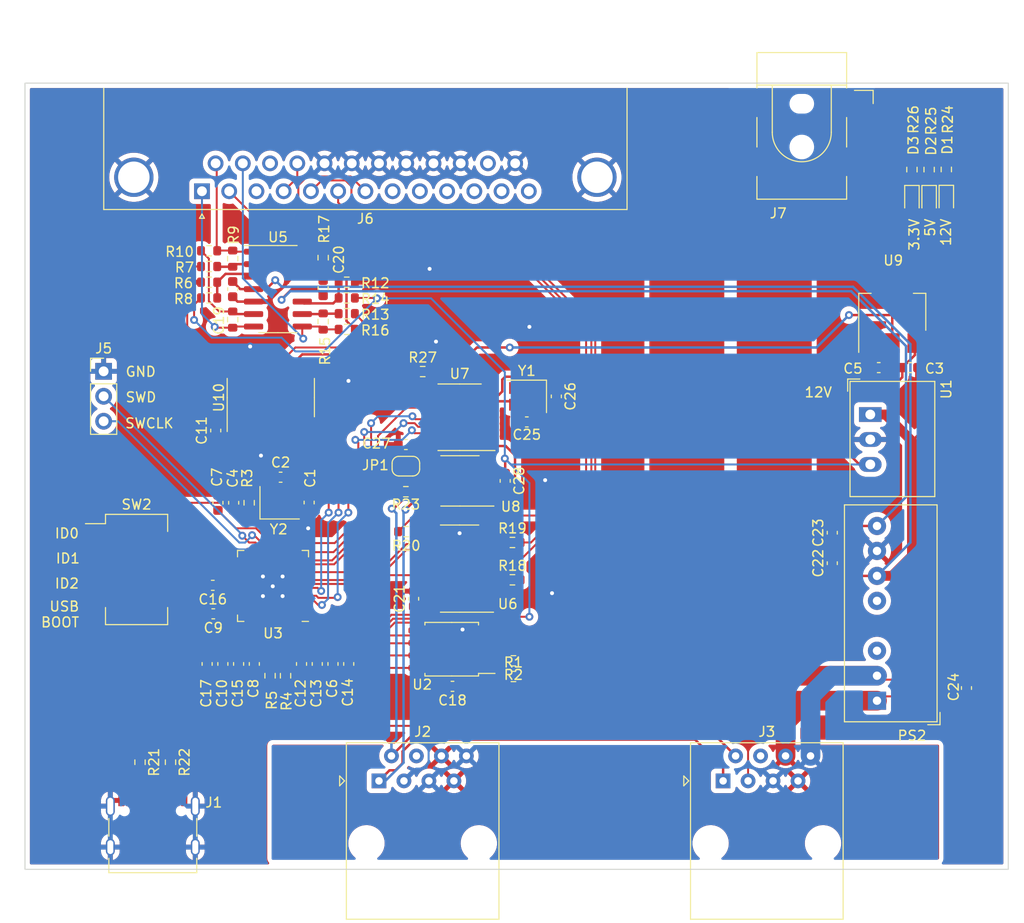
<source format=kicad_pcb>
(kicad_pcb (version 20221018) (generator pcbnew)
  (layers (0 "F.Cu" signal) (31 "B.Cu" signal) (34 "B.Paste" user) (35 "F.Paste" user) (36 "B.SilkS" user "B.Silkscreen") (37 "F.SilkS" user "F.Silkscreen") (38 "B.Mask" user) (39 "F.Mask" user) (44 "Edge.Cuts" user))
  (net 0 "")
  (net 1 "GND")
  (net 2 "Net-(C2-Pad1)")
  (net 3 "+5V")
  (net 4 "+3V3")
  (net 5 "+1V1")
  (net 6 "+12V")
  (net 7 "-12V")
  (net 8 "Net-(J1-VBUS-PadA4)")
  (net 9 "Net-(J1-CC1)")
  (net 10 "D+")
  (net 11 "D-")
  (net 13 "Net-(J1-CC2)")
  (net 15 "/~{USB_BOOT}")
  (net 16 "/GPIO0")
  (net 17 "/GPIO1")
  (net 18 "/GPIO4")
  (net 19 "/GPIO9")
  (net 20 "/GPIO14")
  (net 21 "/GPIO15")
  (net 22 "/GPIO28_ADC2")
  (net 23 "/GPIO27_ADC1")
  (net 24 "/GPIO26_ADC0")
  (net 25 "/GPIO22")
  (net 26 "/GPIO21")
  (net 27 "/GPIO17")
  (net 28 "/GPIO16")
  (net 29 "/RUN")
  (net 30 "/SWD")
  (net 31 "/SWCLK")
  (net 32 "X+")
  (net 33 "Y+")
  (net 35 "Net-(J6-P17)")
  (net 36 "RED")
  (net 37 "GREEN")
  (net 38 "BLUE")
  (net 45 "X-")
  (net 46 "Y-")
  (net 49 "/QSPI_SS")
  (net 50 "Net-(U3-USB_DP)")
  (net 51 "Net-(U3-USB_DM)")
  (net 52 "Net-(U5A-+)")
  (net 53 "X_LO")
  (net 54 "Net-(U5A--)")
  (net 55 "Net-(U5B--)")
  (net 56 "Net-(U5C-+)")
  (net 57 "Y_LO")
  (net 58 "Net-(U5C--)")
  (net 59 "Net-(U5D--)")
  (net 60 "Net-(R18-Pad1)")
  (net 61 "Net-(R19-Pad1)")
  (net 62 "Net-(R20-Pad1)")
  (net 63 "/QSPI_SD1")
  (net 64 "/QSPI_SD2")
  (net 65 "/QSPI_SD0")
  (net 66 "/QSPI_SCLK")
  (net 67 "/QSPI_SD3")
  (net 69 "CS")
  (net 70 "SCK")
  (net 71 "MOSI")
  (net 74 "R_LO")
  (net 75 "G_LO")
  (net 76 "B_LO")
  (net 89 "Net-(U3-XIN)")
  (net 90 "VCC")
  (net 91 "Net-(U7-OSC2)")
  (net 92 "Net-(U7-OSC1)")
  (net 93 "CAN_L")
  (net 95 "CAN_H")
  (net 98 "Net-(U3-XOUT)")
  (net 99 "ID2")
  (net 100 "ID1")
  (net 101 "ID0")
  (net 102 "Net-(U7-TXCAN)")
  (net 103 "Net-(U7-RXCAN)")
  (net 104 "CAN_SCK")
  (net 105 "CAN_SI")
  (net 106 "CAN_SO")
  (net 107 "CAN_CS")
  (net 108 "Net-(JP1-A)")
  (net 113 "GNDPWR")
  (net 114 "Net-(D1-K)")
  (net 115 "Net-(D2-K)")
  (net 116 "Net-(D3-K)")
  (net 117 "Net-(U7-~{RESET})")
  (footprint "Capacitor_SMD:C_0603_1608Metric" (layer "F.Cu") (at 26 40.1)
    (fp_text reference "C2")
    (fp_text value "27p")
  )
  (footprint "Crystal:Crystal_SMD_3225-4Pin_3.2x2.5mm" (layer "F.Cu") (at 51.0375 31.875 180)
    (fp_text reference "Y1")
    (fp_text value "8Mhz")
  )
  (footprint "Capacitor_SMD:C_0603_1608Metric" (layer "F.Cu") (at 86.827 28.948 180)
    (fp_text reference "C5")
    (fp_text value "10u")
  )
  (footprint "Resistor_SMD:R_0603_1608Metric" (layer "F.Cu") (at 32.725 20.26 180)
    (fp_text reference "R12")
    (fp_text value "3.6k")
  )
  (footprint "Resistor_SMD:R_0603_1608Metric" (layer "F.Cu") (at 21.125 17.86 90)
    (fp_text reference "R9")
    (fp_text value "20k")
  )
  (footprint "Package_SO:TSSOP-20_4.4x6.5mm_P0.65mm" (layer "F.Cu") (at 44.2 34 180)
    (fp_text reference "U7")
    (fp_text value "MCP2515-xST")
  )
  (footprint "Package_SO:SOIC-8_5.23x5.23mm_P1.27mm" (layer "F.Cu") (at 43.4 57.6 180)
    (fp_text reference "U2")
    (fp_text value "W25Q128JVS")
  )
  (footprint "Capacitor_SMD:C_0603_1608Metric" (layer "F.Cu") (at 28.9 42.675 -90)
    (fp_text reference "C1")
    (fp_text value "27p")
  )
  (footprint "Jumper:SolderJumper-2_P1.3mm_Open_RoundedPad1.0x1.5mm" (layer "F.Cu") (at 38.7375 38.975)
    (fp_text reference "JP1")
    (fp_text value "SolderJumper_2_Open")
  )
  (footprint "Capacitor_SMD:C_0603_1608Metric" (layer "F.Cu") (at 51.0375 34.475)
    (fp_text reference "C25")
    (fp_text value "27p")
  )
  (footprint "Capacitor_SMD:C_0603_1608Metric" (layer "F.Cu") (at 19.15 54 180)
    (fp_text reference "C9")
    (fp_text value "100n")
  )
  (footprint "Resistor_SMD:R_0603_1608Metric" (layer "F.Cu") (at 30.325 24.26 -90)
    (fp_text reference "R15")
    (fp_text value "20k")
  )
  (footprint "Package_SO:SOIC-14_3.9x8.7mm_P1.27mm" (layer "F.Cu") (at 25.725 20.96)
    (fp_text reference "U5")
    (fp_text value "TL074")
  )
  (footprint "Capacitor_SMD:C_0603_1608Metric" (layer "F.Cu") (at 54.0375 31.875 -90)
    (fp_text reference "C26")
    (fp_text value "27p")
  )
  (footprint "Resistor_SMD:R_0603_1608Metric" (layer "F.Cu") (at 18.725 20.26)
    (fp_text reference "R6")
    (fp_text value "3.6k")
  )
  (footprint "Capacitor_SMD:C_0603_1608Metric" (layer "F.Cu") (at 20.125 59.1 -90)
    (fp_text reference "C10")
    (fp_text value "1u")
  )
  (footprint "LED_SMD:LED_0603_1608Metric" (layer "F.Cu") (at 90.202 11.898 -90)
    (fp_text reference "D3")
    (fp_text value "LED")
  )
  (footprint "Crystal:Crystal_SMD_3225-4Pin_3.2x2.5mm" (layer "F.Cu") (at 25.9 42.7)
    (fp_text reference "Y2")
    (fp_text value "12MHz")
  )
  (footprint "Capacitor_SMD:C_0603_1608Metric" (layer "F.Cu") (at 21.725 59.1 -90)
    (fp_text reference "C15")
    (fp_text value "100n")
  )
  (footprint "Resistor_SMD:R_0603_1608Metric" (layer "F.Cu") (at 32.725 23.46 180)
    (fp_text reference "R13")
    (fp_text value "3.3k")
  )
  (footprint "Capacitor_SMD:C_0603_1608Metric" (layer "F.Cu") (at 21.225 42.7 90)
    (fp_text reference "C4")
    (fp_text value "100n")
  )
  (footprint "Connector_BarrelJack:BarrelJack_CLIFF_FC681465S_SMT_Horizontal" (layer "F.Cu") (at 79 5 -90)
    (fp_text reference "J7")
    (fp_text value "Barrel_Jack_Switch")
  )
  (footprint "Capacitor_SMD:C_0603_1608Metric" (layer "F.Cu") (at 82.102 45.748 90)
    (fp_text reference "C23")
    (fp_text value "10u")
  )
  (footprint "Package_SO:SOIC-14_3.9x8.7mm_P1.27mm" (layer "F.Cu") (at 44.2 49.4 180)
    (fp_text reference "U6")
    (fp_text value "74LS125")
  )
  (footprint "Connector_USB:USB_C_Receptacle_Palconn_UTC16-G" (layer "F.Cu") (at 13 75.5)
    (fp_text reference "J1")
    (fp_text value "USB_C_Receptacle_USB2.0")
  )
  (footprint "Capacitor_SMD:C_0603_1608Metric" (layer "F.Cu") (at 32.925 59.1 -90)
    (fp_text reference "C14")
    (fp_text value "100n")
  )
  (footprint "Resistor_SMD:R_0603_1608Metric" (layer "F.Cu") (at 21.125 24.06 -90)
    (fp_text reference "R11" hide)
    (fp_text value "10k")
  )
  (footprint "Capacitor_SMD:C_0603_1608Metric" (layer "F.Cu") (at 43.4775 61.38 180)
    (fp_text reference "C18")
    (fp_text value "100n")
  )
  (footprint "Capacitor_SMD:C_0603_1608Metric" (layer "F.Cu") (at 18.525 59.1 -90)
    (fp_text reference "C17")
    (fp_text value "10u")
  )
  (footprint "Resistor_SMD:R_0603_1608Metric" (layer "F.Cu") (at 49.6775 58.78 180)
    (fp_text reference "R2")
    (fp_text value "DNF")
  )
  (footprint "Resistor_SMD:R_0603_1608Metric" (layer "F.Cu") (at 26.5 60.3 90)
    (fp_text reference "R4")
    (fp_text value "27")
  )
  (footprint "Resistor_SMD:R_0603_1608Metric" (layer "F.Cu") (at 24.925 60.3 90)
    (fp_text reference "R5")
    (fp_text value "27")
  )
  (footprint "Button_Switch_SMD:SW_DIP_SPSTx04_Slide_Omron_A6S-410x_W8.9mm_P2.54mm" (layer "F.Cu") (at 11.35 49.49)
    (fp_text reference "SW2")
    (fp_text value "SW_DIP_x04")
  )
  (footprint "Resistor_SMD:R_0603_1608Metric" (layer "F.Cu") (at 18.725 17.06 180)
    (fp_text reference "R10")
    (fp_text value "10k")
  )
  (footprint "Connector_Dsub:DSUB-25_Female_Horizontal_P2.77x2.84mm_EdgePinOffset7.70mm_Housed_MountingHolesOffset9.12mm" (layer "F.Cu") (at 18 11 180)
    (fp_text reference "J6")
    (fp_text value "DB25_Receptacle_MountingHoles")
  )
  (footprint "Connector_PinHeader_2.54mm:PinHeader_1x03_P2.54mm_Vertical" (layer "F.Cu") (at 8 29.325)
    (fp_text reference "J5")
    (fp_text value "Conn_01x03")
  )
  (footprint "Capacitor_SMD:C_0603_1608Metric" (layer "F.Cu") (at 29.725 59.1 -90)
    (fp_text reference "C13")
    (fp_text value "100n")
  )
  (footprint "Resistor_SMD:R_0603_1608Metric" (layer "F.Cu") (at 11.7 69.1 -90)
    (fp_text reference "R21")
    (fp_text value "5.1k")
  )
  (footprint "Resistor_SMD:R_0603_1608Metric" (layer "F.Cu") (at 40.45 29.35)
    (fp_text reference "R27")
    (fp_text value "10k")
  )
  (footprint "LED_SMD:LED_0603_1608Metric" (layer "F.Cu") (at 93.7 11.8855 -90)
    (fp_text reference "D1")
    (fp_text value "LED")
  )
  (footprint "Capacitor_SMD:C_0603_1608Metric" (layer "F.Cu") (at 30.325 20.86 -90)
    (fp_text reference "C20")
    (fp_text value "100n")
  )
  (footprint "Capacitor_SMD:C_0603_1608Metric" (layer "F.Cu") (at 19.625 42.7 90)
    (fp_text reference "C7")
    (fp_text value "100n")
  )
  (footprint "Resistor_SMD:R_0603_1608Metric" (layer "F.Cu") (at 49.6775 60.38)
    (fp_text reference "R1")
    (fp_text value "1k")
  )
  (footprint "Package_DFN_QFN:QFN-56-1EP_7x7mm_P0.4mm_EP3.2x3.2mm" (layer "F.Cu") (at 25.225 51.1625 180)
    (fp_text reference "U3")
    (fp_text value "RP2040")
  )
  (footprint "Resistor_SMD:R_0603_1608Metric" (layer "F.Cu") (at 91.952 8.798 90)
    (fp_text reference "R25")
    (fp_text value "220")
  )
  (footprint "Package_SO:SOIC-14_3.9x8.7mm_P1.27mm" (layer "F.Cu") (at 25 32 90)
    (fp_text reference "U10")
    (fp_text value "MCP4922-ESL")
  )
  (footprint "Package_SO:SOIC-8_3.9x4.9mm_P1.27mm" (layer "F.Cu") (at 44.2375 40.475 180)
    (fp_text reference "U8")
    (fp_text value "MCP2551-I-SN")
  )
  (footprint "Capacitor_SMD:C_0603_1608Metric" (layer "F.Cu") (at 28.125 59.1 -90)
    (fp_text reference "C12")
    (fp_text value "100n")
  )
  (footprint "Resistor_SMD:R_0603_1608Metric" (layer "F.Cu") (at 18.725 18.66)
    (fp_text reference "R7")
    (fp_text value "3.3k")
  )
  (footprint "Capacitor_SMD:C_0603_1608Metric" (layer "F.Cu") (at 21.125 20.96 -90)
    (fp_text reference "C19")
    (fp_text value "100n")
  )
  (footprint "Resistor_SMD:R_0603_1608Metric" (layer "F.Cu") (at 32.725 21.86)
    (fp_text reference "R14")
    (fp_text value "9.1k")
  )
  (footprint "Capacitor_SMD:C_0603_1608Metric" (layer "F.Cu") (at 23.325 59.1 -90)
    (fp_text reference "C8")
    (fp_text value "1u")
  )
  (footprint "Capacitor_SMD:C_0603_1608Metric" (layer "F.Cu") (at 19.1 51.1 180)
    (fp_text reference "C16")
    (fp_text value "100n")
  )
  (footprint "Resistor_SMD:R_0603_1608Metric" (layer "F.Cu") (at 38.7375 41.575)
    (fp_text reference "R23")
    (fp_text value "120")
  )
  (footprint "Capacitor_SMD:C_0603_1608Metric" (layer "F.Cu") (at 95.75 61.55 -90)
    (fp_text reference "C24")
    (fp_text value "10u")
  )
  (footprint "Connector_RJ:RJ45_Amphenol_54602-x08_Horizontal" (layer "F.Cu") (at 71 71)
    (fp_text reference "J3")
    (fp_text value "RJ45")
  )
  (footprint "Resistor_SMD:R_0603_1608Metric" (layer "F.Cu") (at 22.8 42.7 90)
    (fp_text reference "R3")
    (fp_text value "1k")
  )
  (footprint "Resistor_SMD:R_0603_1608Metric" (layer "F.Cu") (at 32.725 25.06)
    (fp_text reference "R16")
    (fp_text value "10k")
  )
  (footprint "Resistor_SMD:R_0603_1608Metric" (layer "F.Cu") (at 18.725 21.86 180)
    (fp_text reference "R8")
    (fp_text value "9.1k")
  )
  (footprint "Resistor_SMD:R_0603_1608Metric" (layer "F.Cu") (at 49.575 50.54)
    (fp_text reference "R18")
    (fp_text value "100")
  )
  (footprint "Resistor_SMD:R_0603_1608Metric" (layer "F.Cu") (at 93.7 8.7855 90)
    (fp_text reference "R24")
    (fp_text value "560")
  )
  (footprint "Capacitor_SMD:C_0603_1608Metric" (layer "F.Cu") (at 19.4 35.35 90)
    (fp_text reference "C11")
    (fp_text value "100n")
  )
  (footprint "Connector_RJ:RJ45_Amphenol_54602-x08_Horizontal" (layer "F.Cu") (at 36 71)
    (fp_text reference "J2")
    (fp_text value "RJ45")
  )
  (footprint "Resistor_SMD:R_0603_1608Metric" (layer "F.Cu") (at 38.775 45.64 180)
    (fp_text reference "R20")
    (fp_text value "100")
  )
  (footprint "Package_TO_SOT_SMD:SOT-223-3_TabPin2" (layer "F.Cu") (at 88.202 23.298 90)
    (fp_text reference "U9")
    (fp_text value "AMS1117-3.3")
  )
  (footprint "Converter_DCDC:Converter_DCDC_RECOM_R-78E-0.5_THT" (layer "F.Cu") (at 85.9665 33.723 -90)
    (fp_text reference "U1")
    (fp_text value "R-78E5.0-0.5")
  )
  (footprint "Capacitor_SMD:C_0603_1608Metric" (layer "F.Cu") (at 90.002 28.948)
    (fp_text reference "C3")
    (fp_text value "10u")
  )
  (footprint "Resistor_SMD:R_0603_1608Metric" (layer "F.Cu") (at 14.8 69.1 -90)
    (fp_text reference "R22")
    (fp_text value "5.1k")
  )
  (footprint "Capacitor_SMD:C_0603_1608Metric" (layer "F.Cu") (at 38.7375 36.775 180)
    (fp_text reference "C27")
    (fp_text value "100n")
  )
  (footprint "Capacitor_SMD:C_0603_1608Metric" (layer "F.Cu") (at 48.8375 40.475 -90)
    (fp_text reference "C28")
    (fp_text value "100n")
  )
  (footprint "Capacitor_SMD:C_0603_1608Metric" (layer "F.Cu") (at 39.525 52.47 90)
    (fp_text reference "C21")
    (fp_text value "100n")
  )
  (footprint "Resistor_SMD:R_0603_1608Metric" (layer "F.Cu") (at 90.202 8.798 90)
    (fp_text reference "R26")
    (fp_text value "120")
  )
  (footprint "Capacitor_SMD:C_0603_1608Metric" (layer "F.Cu") (at 31.325 59.1 -90)
    (fp_text reference "C6")
    (fp_text value "100n")
  )
  (footprint "Capacitor_SMD:C_0603_1608Metric" (layer "F.Cu") (at 82.102 48.848 90)
    (fp_text reference "C22")
    (fp_text value "10u")
  )
  (footprint "Resistor_SMD:R_0603_1608Metric" (layer "F.Cu") (at 30.325 17.76 90)
    (fp_text reference "R17")
    (fp_text value "10k")
  )
  (footprint "Converter_DCDC:Converter_DCDC_XP_POWER-ITxxxxxS_THT" (layer "F.Cu") (at 86.65 62.84 180)
    (fp_text reference "PS2")
    (fp_text value "PRM3W-E12-D12-S")
  )
  (footprint "Resistor_SMD:R_0603_1608Metric" (layer "F.Cu") (at 49.575 46.74)
    (fp_text reference "R19")
    (fp_text value "100")
  )
  (footprint "LED_SMD:LED_0603_1608Metric" (layer "F.Cu") (at 91.952 11.898 -90)
    (fp_text reference "D2")
    (fp_text value "LED")
  )
  (gr_rect (start 0 0) (end 100 80) (stroke (width 0.1)) (fill none) (layer "Edge.Cuts"))
  (gr_text "GND" (at 10.15 29.95) (layer "F.SilkS") (effects (font (size 1 1)) (justify left bottom)))
  (gr_text "SWCLK" (at 10.1 35.2) (layer "F.SilkS") (effects (font (size 1 1)) (justify left bottom)))
  (gr_text "ID0" (at 2.95 46.4) (layer "F.SilkS") (effects (font (size 1 1)) (justify left bottom)))
  (gr_text "ID2" (at 2.95 51.5) (layer "F.SilkS") (effects (font (size 1 1)) (justify left bottom)))
  (gr_text "SWD" (at 10.15 32.55) (layer "F.SilkS") (effects (font (size 1 1)) (justify left bottom)))
  (gr_text "3.3V\n5V\n12V" (at 94.25 13.7 90) (layer "F.SilkS") (effects (font (size 1 1)) (justify right bottom)))
  (gr_text "USB\nBOOT" (at 5.6 55.45) (layer "F.SilkS") (effects (font (size 1 1)) (justify right bottom)))
  (gr_text "12V" (at 79.202 32.048) (layer "F.SilkS") (effects (font (size 1 1)) (justify left bottom)))
  (gr_text "ID1" (at 3.05 48.95) (layer "F.SilkS") (effects (font (size 1 1)) (justify left bottom)))
  (segment (start 46.7125 41.11) (end 48.6975 41.11) (width 0.25) (layer "F.Cu") (net 1))
  (segment (start 28.2 19.69) (end 29.93 19.69) (width 0.25) (layer "F.Cu") (net 1))
  (segment (start 21.62 22.23) (end 21.125 21.735) (width 0.25) (layer "F.Cu") (net 1))
  (segment (start 51.8125 33.05) (end 52.1375 32.725) (width 0.25) (layer "F.Cu") (net 1))
  (segment (start 49.6 46) (end 49.6 48) (width 0.2) (layer "F.Cu") (net 1))
  (segment (start 16.5 24.734314) (end 18.565686 26.8) (width 0.2) (layer "F.Cu") (net 1))
  (segment (start 51.8125 34.475) (end 51.8125 33.05) (width 0.25) (layer "F.Cu") (net 1))
  (segment (start 54.0375 32.65) (end 52.2125 32.65) (width 0.25) (layer "F.Cu") (net 1))
  (segment (start 27.31 19.69) (end 28.2 19.69) (width 0.25) (layer "F.Cu") (net 1))
  (segment (start 18.565686 26.8) (end 22.9 26.8) (width 0.2) (layer "F.Cu") (net 1))
  (segment (start 23.73 27.63) (end 22.9 26.8) (width 0.25) (layer "F.Cu") (net 1))
  (segment (start 44.5 55.6) (end 46.905 55.6) (width 0.2) (layer "F.Cu") (net 1))
  (segment (start 46.7125 41.11) (end 46.0025 41.11) (width 0.25) (layer "F.Cu") (net 1))
  (segment (start 24.77 22.23) (end 27.31 19.69) (width 0.25) (layer "F.Cu") (net 1))
  (segment (start 49.6 48) (end 48.2 49.4) (width 0.2) (layer "F.Cu") (net 1))
  (segment (start 52.0375 32.725) (end 50.3375 31.025) (width 0.25) (layer "F.Cu") (net 1))
  (segment (start 26.225 46.975) (end 26.7 46.5) (width 0.2) (layer "F.Cu") (net 1))
  (segment (start 44.6 49.4) (end 46.675 49.4) (width 0.2) (layer "F.Cu") (net 1))
  (segment (start 49.19 45.59) (end 49.6 46) (width 0.2) (layer "F.Cu") (net 1))
  (segment (start 23.73 29.525) (end 23.73 27.63) (width 0.25) (layer "F.Cu") (net 1))
  (segment (start 48.6975 41.11) (end 48.8375 41.25) (width 0.25) (layer "F.Cu") (net 1))
  (segment (start 37.9625 36.775) (end 38.7875 37.6) (width 0.2) (layer "F.Cu") (net 1))
  (segment (start 52.1375 32.725) (end 52.0375 32.725) (width 0.25) (layer "F.Cu") (net 1))
  (segment (start 17.9 20.26) (end 17.24 20.26) (width 0.2) (layer "F.Cu") (net 1))
  (segment (start 73.54 71) (end 73.54 65.14) (width 0.2) (layer "F.Cu") (net 1))
  (segment (start 46.905 55.6) (end 47 55.695) (width 0.2) (layer "F.Cu") (net 1))
  (segment (start 44.3 38.4) (end 44.3 39.7) (width 0.2) (layer "F.Cu") (net 1))
  (segment (start 43.5 37.6) (end 44.3 38.4) (width 0.2) (layer "F.Cu") (net 1))
  (segment (start 23.25 22.23) (end 24.77 22.23) (width 0.25) (layer "F.Cu") (net 1))
  (segment (start 73.54 65.14) (end 73.5 65.1) (width 0.2) (layer "F.Cu") (net 1))
  (segment (start 48.2 49.4) (end 46.675 49.4) (width 0.2) (layer "F.Cu") (net 1))
  (segment (start 17.24 20.26) (end 16.5 21) (width 0.2) (layer "F.Cu") (net 1))
  (segment (start 24.8 41.85) (end 25.025 41.85) (width 0.2) (layer "F.Cu") (net 1))
  (segment (start 45.71 41.11) (end 46.7125 41.11) (width 0.2) (layer "F.Cu") (net 1))
  (segment (start 25.025 41.85) (end 26.775 40.1) (width 0.2) (layer "F.Cu") (net 1))
  (segment (start 29.93 19.69) (end 30.325 20.085) (width 0.25) (layer "F.Cu") (net 1))
  (segment (start 44.3 39.7) (end 45.71 41.11) (width 0.2) (layer "F.Cu") (net 1))
  (segment (start 43.33 48.13) (end 44.6 49.4) (width 0.2) (layer "F.Cu") (net 1))
  (segment (start 41.725 48.13) (end 43.33 48.13) (width 0.2) (layer "F.Cu") (net 1))
  (segment (start 50.3375 31.025) (end 49.9375 31.025) (width 0.25) (layer "F.Cu") (net 1))
  (segment (start 46.675 45.59) (end 49.19 45.59) (width 0.2) (layer "F.Cu") (net 1))
  (segment (start 16.5 21) (end 16.5 24.734314) (width 0.2) (layer "F.Cu") (net 1))
  (segment (start 38.7875 37.6) (end 43.5 37.6) (width 0.2) (layer "F.Cu") (net 1))
  (segment (start 26.225 47.725) (end 26.225 46.975) (width 0.2) (layer "F.Cu") (net 1))
  (segment (start 52.2125 32.65) (end 52.1375 32.725) (width 0.25) (layer "F.Cu") (net 1))
  (segment (start 23.25 22.23) (end 21.62 22.23) (width 0.25) (layer "F.Cu") (net 1))
  (via (at 44.2 45.8) (size 0.8) (drill 0.4) (layers "F.Cu" "B.Cu") (net 1))
  (via (at 24.2 52.2) (size 0.8) (drill 0.4) (layers "F.Cu" "B.Cu") (net 1))
  (via (at 26.2 52.2) (size 0.8) (drill 0.4) (layers "F.Cu" "B.Cu") (net 1))
  (via (at 24.2 50.2) (size 0.8) (drill 0.4) (layers "F.Cu" "B.Cu") (net 1))
  (via (at 52.9 40.4) (size 0.8) (drill 0.4) (layers "F.Cu" "B.Cu") (net 1))
  (via (at 25.2 51.2) (size 0.8) (drill 0.4) (layers "F.Cu" "B.Cu") (net 1))
  (via (at 41.15 18.9) (size 0.8) (drill 0.4) (layers "F.Cu" "B.Cu") (net 1))
  (via (at 28.8 45.3) (size 0.8) (drill 0.4) (layers "F.Cu" "B.Cu") (net 1))
  (via (at 51.3 24.8) (size 0.8) (drill 0.4) (layers "F.Cu" "B.Cu") (net 1))
  (via (at 24 37.9) (size 0.8) (drill 0.4) (layers "F.Cu" "B.Cu") (net 1))
  (via (at 41.8 26.3) (size 0.8) (drill 0.4) (layers "F.Cu" "B.Cu") (net 1))
  (via (at 22.9 26.8) (size 0.8) (drill 0.4) (layers "F.Cu" "B.Cu") (net 1))
  (via (at 44.5 55.6) (size 0.8) (drill 0.4) (layers "F.Cu" "B.Cu") (net 1))
  (via (at 26.2 50.2) (size 0.8) (drill 0.4) (layers "F.Cu" "B.Cu") (net 1))
  (via (at 32.9 30.3) (size 0.8) (drill 0.4) (layers "F.Cu" "B.Cu") (net 1))
  (via (at 53.6 51.9) (size 0.8) (drill 0.4) (layers "F.Cu" "B.Cu") (net 1))
  (segment (start 41.05 69.2) (end 41.05 65.9) (width 0.2) (layer "B.Cu") (net 1))
  (segment (start 39.79 69.75) (end 40.5 69.75) (width 0.2) (layer "B.Cu") (net 1))
  (segment (start 38.54 71) (end 39.79 69.75) (width 0.2) (layer "B.Cu") (net 1))
  (segment (start 41.05 65.9) (end 41.4 65.55) (width 0.2) (layer "B.Cu") (net 1))
  (segment (start 40.5 69.75) (end 41.05 69.2) (width 0.2) (layer "B.Cu") (net 1))
  (segment (start 24.1 40.1) (end 25.225 40.1) (width 0.2) (layer "F.Cu") (net 2))
  (segment (start 22.8 41.875) (end 22.8 41.4) (width 0.2) (layer "F.Cu") (net 2))
  (segment (start 22.8 41.4) (end 24.1 40.1) (width 0.2) (layer "F.Cu") (net 2))
  (segment (start 22.8 41.875) (end 24.475 43.55) (width 0.2) (layer "F.Cu") (net 2))
  (segment (start 24.475 43.55) (end 24.8 43.55) (width 0.2) (layer "F.Cu") (net 2))
  (segment (start 83.102 32.648) (end 84.302 31.448) (width 0.25) (layer "F.Cu") (net 3))
  (segment (start 89.227 29.923) (end 89.227 28.948) (width 0.25) (layer "F.Cu") (net 3))
  (segment (start 90.502 26.448) (end 90.502 27.673) (width 0.25) (layer "F.Cu") (net 3))
  (segment (start 90.502 27.673) (end 89.227 28.948) (width 0.25) (layer "F.Cu") (net 3))
  (segment (start 17.9 21.86) (end 17.2 22.56) (width 0.2) (layer "F.Cu") (net 3))
  (segment (start 90.502 26.448) (end 91.95 25) (width 0.25) (layer "F.Cu") (net 3))
  (segment (start 39.525 53.245) (end 41.69 53.245) (width 0.2) (layer "F.Cu") (net 3))
  (segment (start 91.95 25) (end 91.95 12.6875) (width 0.25) (layer "F.Cu") (net 3))
  (segment (start 48.8375 39.7) (end 48.8375 38.2375) (width 0.25) (layer "F.Cu") (net 3))
  (segment (start 83.102 37.048) (end 83.102 32.648) (width 0.25) (layer "F.Cu") (net 3))
  (segment (start 42.51 53.21) (end 43.6 54.3) (width 0.2) (layer "F.Cu") (net 3))
  (segment (start 48.8375 39.7) (end 46.8525 39.7) (width 0.25) (layer "F.Cu") (net 3))
  (segment (start 17.2 22.56) (end 17.2 24.1) (width 0.2) (layer "F.Cu") (net 3))
  (segment (start 84.302 31.448) (end 87.702 31.448) (width 0.25) (layer "F.Cu") (net 3))
  (segment (start 43.6 54.3) (end 51.3 54.3) (width 0.2) (layer "F.Cu") (net 3))
  (segment (start 35.76 21.86) (end 35.8 21.9) (width 0.2) (layer "F.Cu") (net 3))
  (segment (start 41.69 53.245) (end 41.725 53.21) (width 0.2) (layer "F.Cu") (net 3))
  (segment (start 91.95 12.6875) (end 91.952 12.6855) (width 0.25) (layer "F.Cu") (net 3))
  (segment (start 48.8375 38.2375) (end 48.8 38.2) (width 0.25) (layer "F.Cu") (net 3))
  (segment (start 33.55 21.86) (end 35.76 21.86) (width 0.2) (layer "F.Cu") (net 3))
  (segment (start 87.702 31.448) (end 89.227 29.923) (width 0.25) (layer "F.Cu") (net 3))
  (segment (start 84.857 38.803) (end 83.102 37.048) (width 0.25) (layer "F.Cu") (net 3))
  (segment (start 41.725 53.21) (end 42.51 53.21) (width 0.2) (layer "F.Cu") (net 3))
  (segment (start 46.8525 39.7) (end 46.7125 39.84) (width 0.25) (layer "F.Cu") (net 3))
  (segment (start 85.9665 38.803) (end 84.857 38.803) (width 0.25) (layer "F.Cu") (net 3))
  (via (at 17.2 24.1) (size 0.8) (drill 0.4) (layers "F.Cu" "B.Cu") (net 3))
  (via (at 48.8 38.2) (size 0.8) (drill 0.4) (layers "F.Cu" "B.Cu") (net 3))
  (via (at 51.3 54.3) (size 0.8) (drill 0.4) (layers "F.Cu" "B.Cu") (net 3))
  (via (at 35.8 21.9) (size 0.8) (drill 0.4) (layers "F.Cu" "B.Cu") (net 3))
  (segment (start 30.4 27.3) (end 35.8 21.9) (width 0.2) (layer "B.Cu") (net 3))
  (segment (start 51.3 54.3) (end 51.3 40.7) (width 0.2) (layer "B.Cu") (net 3))
  (segment (start 35.8 21.9) (end 41.3 21.9) (width 0.2) (layer "B.Cu") (net 3))
  (segment (start 51.3 40.7) (end 48.8 38.2) (width 0.2) (layer "B.Cu") (net 3))
  (segment (start 49.403 38.803) (end 85.9665 38.803) (width 0.2) (layer "B.Cu") (net 3))
  (segment (start 27.5 27.3) (end 30.4 27.3) (width 0.2) (layer "B.Cu") (net 3))
  (segment (start 19 25.9) (end 26.1 25.9) (width 0.2) (layer "B.Cu") (net 3))
  (segment (start 17.2 24.1) (end 19 25.9) (width 0.2) (layer "B.Cu") (net 3))
  (segment (start 26.1 25.9) (end 27.5 27.3) (width 0.2) (layer "B.Cu") (net 3))
  (segment (start 48.8 29.4) (end 48.8 38.2) (width 0.2) (layer "B.Cu") (net 3))
  (segment (start 49.403 38.803) (end 48.8 38.2) (width 0.2) (layer "B.Cu") (net 3))
  (segment (start 41.3 21.9) (end 48.8 29.4) (width 0.2) (layer "B.Cu") (net 3))
  (segment (start 30.5 59.1) (end 32.15 59.1) (width 0.2) (layer "F.Cu") (net 4))
  (segment (start 22.025 36.875) (end 22.025 42.675) (width 0.2) (layer "F.Cu") (net 4))
  (segment (start 50.5025 58.78) (end 49.7 59.5825) (width 0.2) (layer "F.Cu") (net 4))
  (segment (start 23.025 54.6) (end 22.625 54.6) (width 0.2) (layer "F.Cu") (net 4))
  (segment (start 21.835 33.83) (end 21.19 34.475) (width 0.25) (layer "F.Cu") (net 4))
  (segment (start 27.3 59.15) (end 28.125 58.325) (width 0.2) (layer "F.Cu") (net 4))
  (segment (start 46.05 61.3) (end 45.15 60.4) (width 0.2) (layer "F.Cu") (net 4))
  (segment (start 34.105 59.505) (end 39.8 59.505) (width 0.2) (layer "F.Cu") (net 4))
  (segment (start 88.202 23.6) (end 83.8 23.6) (width 0.25) (layer "F.Cu") (net 4))
  (segment (start 21.225 43.475) (end 22.65 44.9) (width 0.2) (layer "F.Cu") (net 4))
  (segment (start 88.202 23.6) (end 88.202 26.448) (width 0.25) (layer "F.Cu") (net 4))
  (segment (start 22.625 55.825) (end 20.125 58.325) (width 0.2) (layer "F.Cu") (net 4))
  (segment (start 20.9 50.1625) (end 20.8125 50.1625) (width 0.2) (layer "F.Cu") (net 4))
  (segment (start 32.925 58.325) (end 34.105 59.505) (width 0.2) (layer "F.Cu") (net 4))
  (segment (start 45.957538 26.9) (end 49.3 26.9) (width 0.25) (layer "F.Cu") (net 4))
  (segment (start 23.025 54.6) (end 23.025 57.025) (width 0.2) (layer "F.Cu") (net 4))
  (segment (start 39.6625 36.925) (end 39.5125 36.775) (width 0.25) (layer "F.Cu") (net 4))
  (segment (start 20.125 58.325) (end 21.725 58.325) (width 0.2) (layer "F.Cu") (net 4))
  (segment (start 21.725 58.325) (end 22.5 59.1) (width 0.2) (layer "F.Cu") (net 4))
  (segment (start 23.665686 44.9) (end 25.025 46.259314) (width 0.2) (layer "F.Cu") (net 4))
  (segment (start 28.6625 53.7625) (end 28.130025 53.7625) (width 0.2) (layer "F.Cu") (net 4))
  (segment (start 24.5 60.3) (end 26.9 60.3) (width 0.2) (layer "F.Cu") (net 4))
  (segment (start 22.65 44.9) (end 23.665686 44.9) (width 0.2) (layer "F.Cu") (net 4))
  (segment (start 88.202 28.348) (end 88.202 26.448) (width 0.25) (layer "F.Cu") (net 4))
  (segment (start 40.742462 27.6) (end 37.875 27.6) (width 0.25) (layer "F.Cu") (net 4))
  (segment (start 25.230025 48.4625) (end 27.5625 48.4625) (width 0.2) (layer "F.Cu") (net 4))
  (segment (start 27.54 29.901751) (end 27.54 29.525) (width 0.25) (layer "F.Cu") (net 4))
  (segment (start 43 29.857538) (end 45.957538 26.9) (width 0.25) (layer "F.Cu") (net 4))
  (segment (start 25.025 47.725) (end 25.025 48.257475) (width 0.2) (layer "F.Cu") (net 4))
  (segment (start 17.2 51.5) (end 17.2 50.8) (width 0.2) (layer "F.Cu") (net 4))
  (segment (start 27.3 59.9) (end 27.3 59.15) (width 0.2) (layer "F.Cu") (net 4))
  (segment (start 27.925 53.557475) (end 27.925 50.267525) (width 0.2) (layer "F.Cu") (net 4))
  (segment (start 37.875 27.6) (end 39.625 29.35) (width 0.25) (layer "F.Cu") (net 4))
  (segment (start 42.026041 36.925) (end 43 35.951041) (width 0.25) (layer "F.Cu") (net 4))
  (segment (start 15.95 42.7) (end 13.75 44.9) (width 0.2) (layer "F.Cu") (net 4))
  (segment (start 49.7 59.5825) (end 49.7 60.9) (width 0.2) (layer "F.Cu") (net 4))
  (segment (start 21.19 36.04) (end 22.025 36.875) (width 0.2) (layer "F.Cu") (net 4))
  (segment (start 22.46 29.96) (end 22.46 29.525) (width 0.25) (layer "F.Cu") (net 4))
  (segment (start 17.8375 50.1625) (end 20.9 50.1625) (width 0.2) (layer "F.Cu") (net 4))
  (segment (start 24.15 59.4) (end 24.15 59.95) (width 0.2) (layer "F.Cu") (net 4))
  (segment (start 25 29.525) (end 25 29.901751) (width 0.25) (layer "F.Cu") (net 4))
  (segment (start 28.130025 53.7625) (end 27.925 53.557475) (width 0.2) (layer "F.Cu") (net 4))
  (segment (start 22.46 29.525) (end 21.835 30.15) (width 0.25) (layer "F.Cu") (net 4))
  (segment (start 16.7 52) (end 17.2 51.5) (width 0.2) (layer "F.Cu") (net 4))
  (segment (start 14.45 52) (end 16.7 52) (width 0.2) (layer "F.Cu") (net 4))
  (segment (start 28.2 27.6) (end 37.875 27.6) (width 0.25) (layer "F.Cu") (net 4))
  (segment (start 49.7 60.9) (end 49.3 61.3) (width 0.2) (layer "F.Cu") (net 4))
  (segment (start 21.835 30.15) (end 21.835 33.83) (width 0.25) (layer "F.Cu") (net 4))
  (segment (start 13.75 51.3) (end 14.45 52) (width 0.2) (layer "F.Cu") (net 4))
  (segment (start 27.54 29.525) (end 27.54 28.26) (width 0.25) (layer "F.Cu") (net 4))
  (segment (start 19.875 52.05) (end 19.875 53.95) (width 0.2) (layer "F.Cu") (net 4))
  (segment (start 41.3375 36.925) (end 42.026041 36.925) (width 0.25) (layer "F.Cu") (net 4))
  (segment (start 24.15 59.95) (end 24.5 60.3) (width 0.2) (layer "F.Cu") (net 4))
  (segment (start 19.875 51.1) (end 19.875 52.05) (width 0.2) (layer "F.Cu") (net 4))
  (segment (start 25.025 54.6) (end 24.625 54.6) (width 0.2) (layer "F.Cu") (net 4))
  (segment (start 26.591751 30.85) (end 27.54 29.901751) (width 0.25) (layer "F.Cu") (net 4))
  (segment (start 22.625 54.6) (end 22.625 55.825) (width 0.2) (layer "F.Cu") (net 4))
  (segment (start 43.6825 60.4) (end 42.7025 61.38) (width 0.2) (layer "F.Cu") (net 4))
  (segment (start 25.025 54.6) (end 25.025 56.925) (width 0.2) (layer "F.Cu") (net 4))
  (segment (start 29.725 58.325) (end 28.125 58.325) (width 0.2) (layer "F.Cu") (net 4))
  (segment (start 19.4 36.125) (end 19.875 36.125) (width 0.25) (layer "F.Cu") (net 4))
  (segment (start 29.725 58.325) (end 30.5 59.1) (width 0.2) (layer "F.Cu") (net 4))
  (segment (start 45.15 60.4) (end 43.6825 60.4) (width 0.2) (layer "F.Cu") (net 4))
  (segment (start 43 29.857538) (end 40.742462 27.6) (width 0.25) (layer "F.Cu") (net 4))
  (segment (start 21.19 34.475) (end 21.19 36.04) (width 0.2) (layer "F.Cu") (net 4))
  (segment (start 21.225 43.475) (end 20.45 42.7) (width 0.2) (layer "F.Cu") (net 4))
  (segment (start 27.925 50.267525) (end 28.030025 50.1625) (width 0.2) (layer "F.Cu") (net 4))
  (segment (start 23.325 30.825) (end 22.46 29.96) (width 0.25) (layer "F.Cu") (net 4))
  (segment (start 49.3 61.3) (end 46.05 61.3) (width 0.2) (layer "F.Cu") (net 4))
  (segment (start 28.030025 50.1625) (end 28.6625 50.1625) (width 0.2) (layer "F.Cu") (net 4))
  (segment (start 22.5 59.1) (end 23.85 59.1) (width 0.2) (layer "F.Cu") (net 4))
  (segment (start 24.076751 30.825) (end 23.325 30.825) (width 0.25) (layer "F.Cu") (net 4))
  (segment (start 21.7875 50.1625) (end 20.9 50.1625) (width 0.2) (layer "F.Cu") (net 4))
  (segment (start 22.625 53.925) (end 22.4625 53.7625) (width 0.2) (layer "F.Cu") (net 4))
  (segment (start 22.4625 53.7625) (end 21.7875 53.7625) (width 0.2) (layer "F.Cu") (net 4))
  (segment (start 20.8125 50.1625) (end 19.875 51.1) (width 0.2) (layer "F.Cu") (net 4))
  (segment (start 21.7875 53.7625) (end 20.1625 53.7625) (width 0.2) (layer "F.Cu") (net 4))
  (segment (start 90.2 12.6875) (end 90.202 12.6855) (width 0.25) (layer "F.Cu") (net 4))
  (segment (start 20.45 42.7) (end 15.95 42.7) (width 0.2) (layer "F.Cu") (net 4))
  (segment (start 88.202 20.148) (end 88.202 17.348) (width 0.25) (layer "F.Cu") (net 4))
  (segment (start 22.025 42.675) (end 21.225 43.475) (width 0.2) (layer "F.Cu") (net 4))
  (segment (start 23.85 59.1) (end 24.15 59.4) (width 0.2) (layer "F.Cu") (net 4))
  (segment (start 90.2 15.35) (end 90.2 12.6875) (width 0.25) (layer "F.Cu") (net 4))
  (segment (start 39.8 59.505) (end 40.8275 59.505) (width 0.2) (layer "F.Cu") (net 4))
  (segment (start 88.202 20.148) (end 88.202 23.6) (width 0.25) (layer "F.Cu") (net 4))
  (segment (start 20.1625 53.7625) (end 19.925 54) (width 0.2) (layer "F.Cu") (net 4))
  (segment (start 19.875 53.95) (end 19.925 54) (width 0.2) (layer "F.Cu") (net 4))
  (segment (start 40.8275 59.505) (end 42.7025 61.38) (width 0.2) (layer "F.Cu") (net 4))
  (segment (start 25.025 48.257475) (end 25.230025 48.4625) (width 0.2) (layer "F.Cu") (net 4))
  (segment (start 21.19 34.81) (end 21.19 34.475) (width 0.25) (layer "F.Cu") (net 4))
  (segment (start 25.948249 30.85) (end 26.591751 30.85) (width 0.25) (layer "F.Cu") (net 4))
  (segment (start 26.9 60.3) (end 27.3 59.9) (width 0.2) (layer "F.Cu") (net 4))
  (segment (start 19.875 36.125) (end 21.19 34.81) (width 0.25) (layer "F.Cu") (net 4))
  (segment (start 17.2 50.8) (end 17.8375 50.1625) (width 0.2) (layer "F.Cu") (net 4))
  (segment (start 22.625 54.6) (end 22.625 53.925) (width 0.2) (layer "F.Cu") (net 4))
  (segment (start 27.5625 48.4625) (end 27.925 48.825) (width 0.2) (layer "F.Cu") (net 4))
  (segment (start 27.925 48.825) (end 27.925 50.267525) (width 0.2) (layer "F.Cu") (net 4))
  (segment (start 25 29.901751) (end 25.948249 30.85) (width 0.25) (layer "F.Cu") (net 4))
  (segment (start 27.54 28.26) (end 28.2 27.6) (width 0.25) (layer "F.Cu") (net 4))
  (segment (start 41.3375 36.925) (end 39.6625 36.925) (width 0.25) (layer "F.Cu") (net 4))
  (segment (start 88.202 17.348) (end 90.2 15.35) (width 0.25) (layer "F.Cu") (net 4))
  (segment (start 43 35.951041) (end 43 29.857538) (width 0.25) (layer "F.Cu") (net 4))
  (segment (start 18.525 58.325) (end 20.125 58.325) (width 0.2) (layer "F.Cu") (net 4))
  (segment (start 88.202 26.448) (end 88.202 25.802) (width 0.25) (layer "F.Cu") (net 4))
  (segment (start 25.025 56.925) (end 26.425 58.325) (width 0.2) (layer "F.Cu") (net 4))
  (segment (start 25 29.901751) (end 24.076751 30.825) (width 0.25) (layer "F.Cu") (net 4))
  (segment (start 13.75 44.9) (end 13.75 51.3) (width 0.2) (layer "F.Cu") (net 4))
  (segment (start 23.025 57.025) (end 21.725 58.325) (width 0.2) (layer "F.Cu") (net 4))
  (segment (start 25.025 46.259314) (end 25.025 47.725) (width 0.2) (layer "F.Cu") (net 4))
  (segment (start 32.15 59.1) (end 32.925 58.325) (width 0.2) (layer "F.Cu") (net 4))
  (segment (start 26.425 58.325) (end 28.125 58.325) (width 0.2) (layer "F.Cu") (net 4))
  (segment (start 87.602 28.948) (end 88.202 28.348) (width 0.25) (layer "F.Cu") (net 4))
  (via (at 83.8 23.6) (size 0.8) (drill 0.4) (layers "F.Cu" "B.Cu") (net 4))
  (via (at 49.3 26.9) (size 0.8) (drill 0.4) (layers "F.Cu" "B.Cu") (net 4))
  (segment (start 80.5 26.9) (end 83.8 23.6) (width 0.25) (layer "B.Cu") (net 4))
  (segment (start 49.3 26.9) (end 80.5 26.9) (width 0.25) (layer "B.Cu") (net 4))
  (segment (start 25.425 56.759314) (end 26.065686 57.4) (width 0.2) (layer "F.Cu") (net 5))
  (segment (start 22.6 53.3) (end 23.1625 53.8625) (width 0.2) (layer "F.Cu") (net 5))
  (segment (start 21.45 45.3) (end 23.5 45.3) (width 0.2) (layer "F.Cu") (net 5))
  (segment (start 23.425 58.225) (end 23.425 54.6) (width 0.2) (layer "F.Cu") (net 5))
  (segment (start 25.219975 53.8625) (end 23.630025 53.8625) (width 0.2) (layer "F.Cu") (net 5))
  (segment (start 24.625 47.725) (end 24.625 48.257475) (width 0.2) (layer "F.Cu") (net 5))
  (segment (start 23.630025 53.8625) (end 23.425 54.067525) (width 0.2) (layer "F.Cu") (net 5))
  (segment (start 25.425 54.067525) (end 25.219975 53.8625) (width 0.2) (layer "F.Cu") (net 5))
  (segment (start 24.382475 48.5) (end 23.1 48.5) (width 0.2) (layer "F.Cu") (net 5))
  (segment (start 19.625 43.475) (end 21.45 45.3) (width 0.2) (layer "F.Cu") (net 5))
  (segment (start 24.625 47.725) (end 24.625 46.425) (width 0.2) (layer "F.Cu") (net 5))
  (segment (start 22.6 49) (end 22.6 53.3) (width 0.2) (layer "F.Cu") (net 5))
  (segment (start 24.625 46.425) (end 23.5 45.3) (width 0.2) (layer "F.Cu") (net 5))
  (segment (start 25.425 54.6) (end 25.425 56.759314) (width 0.2) (layer "F.Cu") (net 5))
  (segment (start 23.425 54.067525) (end 23.425 54.5) (width 0.2) (layer "F.Cu") (net 5))
  (segment (start 23.1 48.5) (end 22.6 49) (width 0.2) (layer "F.Cu") (net 5))
  (segment (start 23.1625 53.8625) (end 23.630025 53.8625) (width 0.2) (layer "F.Cu") (net 5))
  (segment (start 24.625 48.257475) (end 24.382475 48.5) (width 0.2) (layer "F.Cu") (net 5))
  (segment (start 23.325 58.325) (end 23.425 58.225) (width 0.2) (layer "F.Cu") (net 5))
  (segment (start 25.425 54.6) (end 25.425 54.067525) (width 0.2) (layer "F.Cu") (net 5))
  (segment (start 26.065686 57.4) (end 30.4 57.4) (width 0.2) (layer "F.Cu") (net 5))
  (segment (start 30.4 57.4) (end 31.325 58.325) (width 0.2) (layer "F.Cu") (net 5))
  (segment (start 82.102 49.623) (end 82.619 50.14) (width 0.25) (layer "F.Cu") (net 6))
  (segment (start 21.9 20.96) (end 23.25 20.96) (width 0.25) (layer "F.Cu") (net 6))
  (segment (start 24.54 20.96) (end 25.45 20.05) (width 0.25) (layer "F.Cu") (net 6))
  (segment (start 21.125 20.185) (end 21.9 20.96) (width 0.25) (layer "F.Cu") (net 6))
  (segment (start 82.619 50.14) (end 86.65 50.14) (width 0.25) (layer "F.Cu") (net 6))
  (segment (start 86.65 50.14) (end 88.174 50.14) (width 1) (layer "F.Cu") (net 6))
  (segment (start 93.7 12.673) (end 93.7 32.93) (width 0.25) (layer "F.Cu") (net 6))
  (segment (start 87.505 33.723) (end 85.9665 33.723) (width 1) (layer "F.Cu") (net 6))
  (segment (start 23.25 20.96) (end 24.54 20.96) (width 0.25) (layer "F.Cu") (net 6))
  (segment (start 88.174 50.14) (end 90.206 48.108) (width 1) (layer "F.Cu") (net 6))
  (segment (start 90.206 36.424) (end 87.505 33.723) (width 1) (layer "F.Cu") (net 6))
  (segment (start 93.7 32.93) (end 90.206 36.424) (width 0.25) (layer "F.Cu") (net 6))
  (segment (start 90.206 48.108) (end 90.206 36.424) (width 1) (layer "F.Cu") (net 6))
  (via (at 25.45 20.05) (size 0.8) (drill 0.4) (layers "F.Cu" "B.Cu") (net 6))
  (segment (start 90.05 26.563604) (end 90.05 46.74) (width 0.25) (layer "B.Cu") (net 6))
  (segment (start 90.05 46.74) (end 86.65 50.14) (width 0.25) (layer "B.Cu") (net 6))
  (segment (start 26.125 20.725) (end 84.211396 20.725) (width 0.25) (layer "B.Cu") (net 6))
  (segment (start 25.45 20.05) (end 26.125 20.725) (width 0.25) (layer "B.Cu") (net 6))
  (segment (start 84.211396 20.725) (end 90.05 26.563604) (width 0.25) (layer "B.Cu") (net 6))
  (segment (start 30.325 21.635) (end 29.65 20.96) (width 0.25) (layer "F.Cu") (net 7))
  (segment (start 29.65 20.96) (end 28.2 20.96) (width 0.25) (layer "F.Cu") (net 7))
  (segment (start 27.14 20.96) (end 26.1 22) (width 0.25) (layer "F.Cu") (net 7))
  (segment (start 82.189 45.06) (end 86.65 45.06) (width 0.25) (layer "F.Cu") (net 7))
  (segment (start 28.2 20.96) (end 27.14 20.96) (width 0.25) (layer "F.Cu") (net 7))
  (segment (start 82.102 44.973) (end 82.189 45.06) (width 0.25) (layer "F.Cu") (net 7))
  (segment (start 26.1 22) (end 26.1 22.05) (width 0.25) (layer "F.Cu") (net 7))
  (via (at 26.1 22.05) (size 0.8) (drill 0.4) (layers "F.Cu" "B.Cu") (net 7))
  (segment (start 84.025 21.175) (end 89.6 26.75) (width 0.25) (layer "B.Cu") (net 7))
  (segment (start 26.975 21.175) (end 84.025 21.175) (width 0.25) (layer "B.Cu") (net 7))
  (segment (start 89.6 42.11) (end 86.65 45.06) (width 0.25) (layer "B.Cu") (net 7))
  (segment (start 26.1 22.05) (end 26.975 21.175) (width 0.25) (layer "B.Cu") (net 7))
  (segment (start 89.6 26.75) (end 89.6 42.11) (width 0.25) (layer "B.Cu") (net 7))
  (segment (start 11.43 74.5) (end 14.57 74.5) (width 0.2) (layer "F.Cu") (net 8))
  (segment (start 15.2 73.87) (end 15.2 73.19) (width 0.2) (layer "F.Cu") (net 8))
  (segment (start 14.57 74.5) (end 15.2 73.87) (width 0.2) (layer "F.Cu") (net 8))
  (segment (start 10.6 72.99) (end 10.8 73.19) (width 0.2) (layer "F.Cu") (net 8))
  (segment (start 10.8 73.87) (end 11.43 74.5) (width 0.2) (layer "F.Cu") (net 8))
  (segment (start 15.2 73.19) (end 15.4 72.99) (width 0.2) (layer "F.Cu") (net 8))
  (segment (start 10.8 73.19) (end 10.8 73.87) (width 0.2) (layer "F.Cu") (net 8))
  (segment (start 11.75 72.99) (end 11.75 72.16) (width 0.2) (layer "F.Cu") (net 9))
  (segment (start 11.7 72.11) (end 11.7 69.925) (width 0.2) (layer "F.Cu") (net 9))
  (segment (start 11.75 72.16) (end 11.7 72.11) (width 0.2) (layer "F.Cu") (net 9))
  (segment (start 13.75 73.85) (end 13.75 72.99) (width 0.2) (layer "F.Cu") (net 10))
  (segment (start 12.8 73.87) (end 13.73 73.87) (width 0.2) (layer "F.Cu") (net 10))
  (segment (start 19 62) (end 25.625 62) (width 0.2) (layer "F.Cu") (net 10))
  (segment (start 25.625 62) (end 26.5 61.125) (width 0.2) (layer "F.Cu") (net 10))
  (segment (start 13.75 72.99) (end 13.75 67.25) (width 0.2) (layer "F.Cu") (net 10))
  (segment (start 12.75 73.82) (end 12.8 73.87) (width 0.2) (layer "F.Cu") (net 10))
  (segment (start 13.73 73.87) (end 13.75 73.85) (width 0.2) (layer "F.Cu") (net 10))
  (segment (start 13.75 67.25) (end 19 62) (width 0.2) (layer "F.Cu") (net 10))
  (segment (start 12.75 72.99) (end 12.75 73.82) (width 0.2) (layer "F.Cu") (net 10))
  (segment (start 13.25 67.184314) (end 13.25 72.16) (width 0.2) (layer "F.Cu") (net 11))
  (segment (start 13.2 72.11) (end 13.25 72.16) (width 0.2) (layer "F.Cu") (net 11))
  (segment (start 19.309314 61.125) (end 13.25 67.184314) (width 0.2) (layer "F.Cu") (net 11))
  (segment (start 24.925 61.125) (end 19.309314 61.125) (width 0.2) (layer "F.Cu") (net 11))
  (segment (start 12.3 72.11) (end 13.2 72.11) (width 0.2) (layer "F.Cu") (net 11))
  (segment (start 13.25 72.16) (end 13.25 72.99) (width 0.2) (layer "F.Cu") (net 11))
  (segment (start 12.25 72.99) (end 12.25 72.16) (width 0.2) (layer "F.Cu") (net 11))
  (segment (start 12.25 72.16) (end 12.3 72.11) (width 0.2) (layer "F.Cu") (net 11))
  (segment (start 14.75 69.975) (end 14.8 69.925) (width 0.2) (layer "F.Cu") (net 13))
  (segment (start 14.75 72.99) (end 14.75 69.975) (width 0.2) (layer "F.Cu") (net 13))
  (segment (start 6.5 74.7) (end 6.5 66.5) (width 0.2) (layer "F.Cu") (net 15))
  (segment (start 6.5 66.5) (end 15.8 57.2) (width 0.2) (layer "F.Cu") (net 15))
  (segment (start 24.6 65.4) (end 22.8 67.2) (width 0.2) (layer "F.Cu") (net 15))
  (segment (start 15.8 57.2) (end 15.8 53.3) (width 0.2) (layer "F.Cu") (net 15))
  (segment (start 50.5025 60.38) (end 50.5025 62.4975) (width 0.2) (layer "F.Cu") (net 15))
  (segment (start 7.7 75.9) (end 6.5 74.7) (width 0.2) (layer "F.Cu") (net 15))
  (segment (start 22.8 67.2) (end 22.8 71.3) (width 0.2) (layer "F.Cu") (net 15))
  (segment (start 47.6 65.4) (end 24.6 65.4) (width 0.2) (layer "F.Cu") (net 15))
  (segment (start 50.5025 62.4975) (end 47.6 65.4) (width 0.2) (layer "F.Cu") (net 15))
  (segment (start 22.8 71.3) (end 18.2 75.9) (width 0.2) (layer "F.Cu") (net 15))
  (segment (start 18.2 75.9) (end 7.7 75.9) (width 0.2) (layer "F.Cu") (net 15))
  (segment (start 22.794622 46.744622) (end 22.1 46.05) (width 0.2) (layer "F.Cu") (net 30))
  (segment (start 23.825 47.725) (end 23.825 47.125) (width 0.2) (layer "F.Cu") (net 30))
  (segment (start 23.825 47.125) (end 23.444622 46.744622) (width 0.2) (layer "F.Cu") (net 30))
  (segment (start 23.444622 46.744622) (end 22.794622 46.744622) (width 0.2) (layer "F.Cu") (net 30))
  (via (at 22.1 46.05) (size 0.8) (drill 0.4) (layers "F.Cu" "B.Cu") (net 30))
  (segment (start 22.1 46.05) (end 22.1 45.965) (width 0.2) (layer "B.Cu") (net 30))
  (segment (start 22.1 45.965) (end 8 31.865) (width 0.2) (layer "B.Cu") (net 30))
  (segment (start 23.098226 45.9995) (end 23.2995 45.9995) (width 0.2) (layer "F.Cu") (net 31))
  (segment (start 24.225 46.925) (end 24.225 47.725) (width 0.2) (layer "F.Cu") (net 31))
  (segment (start 23.2995 45.9995) (end 24.225 46.925) (width 0.2) (layer "F.Cu") (net 31))
  (via (at 23.098226 45.9995) (size 0.8) (drill 0.4) (layers "F.Cu" "B.Cu") (net 31))
  (segment (start 23.098226 46.041724) (end 23.098226 45.9995) (width 0.2) (layer "B.Cu") (net 31))
  (segment (start 22.38995 46.75) (end 23.098226 46.041724) (width 0.2) (layer "B.Cu") (net 31))
  (segment (start 9.455 34.405) (end 21.8 46.75) (width 0.2) (layer "B.Cu") (net 31))
  (segment (start 8 34.405) (end 9.455 34.405) (width 0.2) (layer "B.Cu") (net 31))
  (segment (start 21.8 46.75) (end 22.38995 46.75) (width 0.2) (layer "B.Cu") (net 31))
  (segment (start 19.385 24.885) (end 19.3 24.8) (width 0.2) (layer "F.Cu") (net 32))
  (segment (start 21.125 24.885) (end 19.385 24.885) (width 0.2) (layer "F.Cu") (net 32))
  (segment (start 23.25 24.77) (end 21.24 24.77) (width 0.2) (layer "F.Cu") (net 32))
  (segment (start 21.24 24.77) (end 21.125 24.885) (width 0.2) (layer "F.Cu") (net 32))
  (via (at 19.3 24.8) (size 0.8) (drill 0.4) (layers "F.Cu" "B.Cu") (net 32))
  (segment (start 19.3 24.8) (end 18 23.5) (width 0.2) (layer "B.Cu") (net 32))
  (segment (start 18 23.5) (end 18 11) (width 0.2) (layer "B.Cu") (net 32))
  (segment (start 26.92 17.15) (end 28.2 17.15) (width 0.2) (layer "F.Cu") (net 33))
  (segment (start 28.2 17.15) (end 30.11 17.15) (width 0.2) (layer "F.Cu") (net 33))
  (segment (start 20.77 11) (end 26.92 17.15) (width 0.2) (layer "F.Cu") (net 33))
  (segment (start 30.11 17.15) (end 30.325 16.935) (width 0.2) (layer "F.Cu") (net 33))
  (segment (start 27.695 9.615) (end 26.31 11) (width 0.2) (layer "F.Cu") (net 35))
  (segment (start 27.695 8.16) (end 27.695 9.615) (width 0.2) (layer "F.Cu") (net 35))
  (segment (start 58 24.8) (end 58 40.9) (width 0.2) (layer "F.Cu") (net 36))
  (segment (start 58 40.9) (end 50.4 48.5) (width 0.2) (layer "F.Cu") (net 36))
  (segment (start 33.2 10.5) (end 33.2 12.7) (width 0.2) (layer "F.Cu") (net 36))
  (segment (start 29.08 11) (end 30.18 9.9) (width 0.2) (layer "F.Cu") (net 36))
  (segment (start 35.6 15.1) (end 48.3 15.1) (width 0.2) (layer "F.Cu") (net 36))
  (segment (start 50.4 48.5) (end 50.4 50.54) (width 0.2) (layer "F.Cu") (net 36))
  (segment (start 33.2 12.7) (end 35.6 15.1) (width 0.2) (layer "F.Cu") (net 36))
  (segment (start 32.6 9.9) (end 33.2 10.5) (width 0.2) (layer "F.Cu") (net 36))
  (segment (start 30.18 9.9) (end 32.6 9.9) (width 0.2) (layer "F.Cu") (net 36))
  (segment (start 48.3 15.1) (end 58 24.8) (width 0.2) (layer "F.Cu") (net 36))
  (segment (start 50.4 46.74) (end 51.46 46.74) (width 0.2) (layer "F.Cu") (net 37))
  (segment (start 35.2 15.5) (end 31.85 12.15) (width 0.2) (layer "F.Cu") (net 37))
  (segment (start 57.6 25) (end 48.1 15.5) (width 0.2) (layer "F.Cu") (net 37))
  (segment (start 48.1 15.5) (end 35.2 15.5) (width 0.2) (layer "F.Cu") (net 37))
  (segment (start 51.46 46.74) (end 57.6 40.6) (width 0.2) (layer "F.Cu") (net 37))
  (segment (start 57.6 40.6) (end 57.6 25) (width 0.2) (layer "F.Cu") (net 37))
  (segment (start 31.85 12.15) (end 31.85 11) (width 0.2) (layer "F.Cu") (net 37))
  (segment (start 27.8 11.8) (end 31.9 15.9) (width 0.2) (layer "F.Cu") (net 38))
  (segment (start 57.067157 25.032843) (end 57.067157 40.567157) (width 0.2) (layer "F.Cu") (net 38))
  (segment (start 57.067157 40.567157) (end 53.634314 44) (width 0.2) (layer "F.Cu") (net 38))
  (segment (start 27.8 10.4) (end 27.8 11.8) (width 0.2) (layer "F.Cu") (net 38))
  (segment (start 39.59 44) (end 37.95 45.64) (width 0.2) (layer "F.Cu") (net 38))
  (segment (start 47.934314 15.9) (end 57.067157 25.032843) (width 0.2) (layer "F.Cu") (net 38))
  (segment (start 33.12 9.5) (end 28.7 9.5) (width 0.2) (layer "F.Cu") (net 38))
  (segment (start 53.634314 44) (end 39.59 44) (width 0.2) (layer "F.Cu") (net 38))
  (segment (start 34.62 11) (end 33.12 9.5) (width 0.2) (layer "F.Cu") (net 38))
  (segment (start 31.9 15.9) (end 47.934314 15.9) (width 0.2) (layer "F.Cu") (net 38))
  (segment (start 28.7 9.5) (end 27.8 10.4) (width 0.2) (layer "F.Cu") (net 38))
  (segment (start 21.24 17.15) (end 21.125 17.035) (width 0.2) (layer "F.Cu") (net 45))
  (segment (start 19.55 17.06) (end 19.5 17.01) (width 0.2) (layer "F.Cu") (net 45))
  (segment (start 23.25 17.15) (end 21.24 17.15) (width 0.2) (layer "F.Cu") (net 45))
  (segment (start 19.5 17.01) (end 19.5 8.275) (width 0.2) (layer "F.Cu") (net 45))
  (segment (start 19.5 8.275) (end 19.385 8.16) (width 0.2) (layer "F.Cu") (net 45))
  (segment (start 19.575 17.035) (end 19.55 17.06) (width 0.2) (layer "F.Cu") (net 45))
  (segment (start 21.125 17.035) (end 19.575 17.035) (width 0.2) (layer "F.Cu") (net 45))
  (segment (start 28.2 25.9) (end 28.3 26) (width 0.2) (layer "F.Cu") (net 46))
  (segment (start 30.35 25.06) (end 30.325 25.085) (width 0.2) (layer "F.Cu") (net 46))
  (segment (start 28.2 24.77) (end 28.2 25.9) (width 0.2) (layer "F.Cu") (net 46))
  (segment (start 28.2 24.77) (end 30.01 24.77) (width 0.2) (layer "F.Cu") (net 46))
  (segment (start 30.01 24.77) (end 30.325 25.085) (width 0.2) (layer "F.Cu") (net 46))
  (segment (start 31.9 25.06) (end 30.35 25.06) (width 0.2) (layer "F.Cu") (net 46))
  (via (at 28.3 26) (size 0.8) (drill 0.4) (layers "F.Cu" "B.Cu") (net 46))
  (segment (start 28.3 26) (end 22.155 19.855) (width 0.2) (layer "B.Cu") (net 46))
  (segment (start 22.155 19.855) (end 22.155 8.16) (width 0.2) (layer "B.Cu") (net 46))
  (segment (start 36.768628 54.6) (end 37.268629 54.1) (width 0.2) (layer "F.Cu") (net 49))
  (segment (start 37.268629 54.1) (end 42.4 54.1) (width 0.2) (layer "F.Cu") (net 49))
  (segment (start 42.4 54.1) (end 43.2 54.9) (width 0.2) (layer "F.Cu") (net 49))
  (segment (start 48.8525 58.78) (end 48.8525 60.38) (width 0.2) (layer "F.Cu") (net 49))
  (segment (start 47 59.505) (end 47.875 60.38) (width 0.2) (layer "F.Cu") (net 49))
  (segment (start 48.3 54.9) (end 48.8525 55.4525) (width 0.2) (layer "F.Cu") (net 49))
  (segment (start 27.825 54.6) (end 36.768628 54.6) (width 0.2) (layer "F.Cu") (net 49))
  (segment (start 47.875 60.38) (end 48.8525 60.38) (width 0.2) (layer "F.Cu") (net 49))
  (segment (start 48.8525 55.4525) (end 48.8525 58.78) (width 0.2) (layer "F.Cu") (net 49))
  (segment (start 43.2 54.9) (end 48.3 54.9) (width 0.2) (layer "F.Cu") (net 49))
  (segment (start 24.225 54.6) (end 24.225 56.925) (width 0.2) (layer "F.Cu") (net 50))
  (segment (start 24.225 56.925) (end 26.5 59.2) (width 0.2) (layer "F.Cu") (net 50))
  (segment (start 26.5 59.2) (end 26.5 59.475) (width 0.2) (layer "F.Cu") (net 50))
  (segment (start 24.925 58.275) (end 24.925 59.475) (width 0.2) (layer "F.Cu") (net 51))
  (segment (start 23.825 57.175) (end 24.925 58.275) (width 0.2) (layer "F.Cu") (net 51))
  (segment (start 23.825 54.6) (end 23.825 57.175) (width 0.2) (layer "F.Cu") (net 51))
  (segment (start 20.4 19.41) (end 19.55 20.26) (width 0.25) (layer "F.Cu") (net 52))
  (segment (start 22.97 19.41) (end 20.4 19.41) (width 0.25) (layer "F.Cu") (net 52))
  (segment (start 23.25 19.69) (end 22.97 19.41) (width 0.25) (layer "F.Cu") (net 52))
  (segment (start 19.55 20.26) (end 19.55 21.86) (width 0.25) (layer "F.Cu") (net 52))
  (segment (start 17.9 18.66) (end 17.04 18.66) (width 0.2) (layer "F.Cu") (net 53))
  (segment (start 16 24.8) (end 20.725 29.525) (width 0.2) (layer "F.Cu") (net 53))
  (segment (start 16 19.7) (end 16 24.8) (width 0.2) (layer "F.Cu") (net 53))
  (segment (start 17.04 18.66) (end 16 19.7) (width 0.2) (layer "F.Cu") (net 53))
  (segment (start 20.725 29.525) (end 21.19 29.525) (width 0.2) (layer "F.Cu") (net 53))
  (segment (start 23.25 18.42) (end 21.39 18.42) (width 0.25) (layer "F.Cu") (net 54))
  (segment (start 19.575 18.685) (end 19.55 18.66) (width 0.25) (layer "F.Cu") (net 54))
  (segment (start 21.39 18.42) (end 21.125 18.685) (width 0.25) (layer "F.Cu") (net 54))
  (segment (start 21.125 18.685) (end 19.575 18.685) (width 0.25) (layer "F.Cu") (net 54))
  (segment (start 18.7 17.86) (end 18.7 22.192107) (width 0.2) (layer "F.Cu") (net 55))
  (segment (start 17.9 17.06) (end 18.7 17.86) (width 0.2) (layer "F.Cu") (net 55))
  (segment (start 23.25 23.5) (end 21.39 23.5) (width 0.25) (layer "F.Cu") (net 55))
  (segment (start 18.7 22.192107) (end 19.742893 23.235) (width 0.2) (layer "F.Cu") (net 55))
  (segment (start 19.742893 23.235) (end 21.125 23.235) (width 0.2) (layer "F.Cu") (net 55))
  (segment (start 21.39 23.5) (end 21.125 23.235) (width 0.25) (layer "F.Cu") (net 55))
  (segment (start 31.9 20.26) (end 31.9 21.86) (width 0.25) (layer "F.Cu") (net 56))
  (segment (start 28.38 22.41) (end 31.35 22.41) (width 0.25) (layer "F.Cu") (net 56))
  (segment (start 28.2 22.23) (end 28.38 22.41) (width 0.25) (layer "F.Cu") (net 56))
  (segment (start 31.35 22.41) (end 31.9 21.86) (width 0.25) (layer "F.Cu") (net 56))
  (segment (start 26.27 28.128959) (end 26.27 29.525) (width 0.2) (layer "F.Cu") (net 57))
  (segment (start 34.3 24.21) (end 34.3 26.3) (width 0.2) (layer "F.Cu") (net 57))
  (segment (start 33.7 26.9) (end 27.498959 26.9) (width 0.2) (layer "F.Cu") (net 57))
  (segment (start 27.498959 26.9) (end 26.27 28.128959) (width 0.2) (layer "F.Cu") (net 57))
  (segment (start 34.3 26.3) (end 33.7 26.9) (width 0.2) (layer "F.Cu") (net 57))
  (segment (start 33.55 23.46) (end 34.3 24.21) (width 0.2) (layer "F.Cu") (net 57))
  (segment (start 30.35 23.46) (end 30.325 23.435) (width 0.25) (layer "F.Cu") (net 58))
  (segment (start 28.2 23.5) (end 30.26 23.5) (width 0.25) (layer "F.Cu") (net 58))
  (segment (start 31.9 23.46) (end 30.35 23.46) (width 0.25) (layer "F.Cu") (net 58))
  (segment (start 30.26 23.5) (end 30.325 23.435) (width 0.25) (layer "F.Cu") (net 58))
  (segment (start 30.325 18.585) (end 31.985 18.585) (width 0.25) (layer "F.Cu") (net 59))
  (segment (start 31.985 18.585) (end 32.7 19.3) (width 0.25) (layer "F.Cu") (net 59))
  (segment (start 28.2 18.42) (end 30.16 18.42) (width 0.25) (layer "F.Cu") (net 59))
  (segment (start 32.7 24.21) (end 33.55 25.06) (width 0.25) (layer "F.Cu") (net 59))
  (segment (start 32.7 19.3) (end 32.7 24.21) (width 0.25) (layer "F.Cu") (net 59))
  (segment (start 30.16 18.42) (end 30.325 18.585) (width 0.25) (layer "F.Cu") (net 59))
  (segment (start 46.675 50.67) (end 48.62 50.67) (width 0.2) (layer "F.Cu") (net 60))
  (segment (start 48.62 50.67) (end 48.75 50.54) (width 0.2) (layer "F.Cu") (net 60))
  (segment (start 48.63 46.86) (end 48.75 46.74) (width 0.2) (layer "F.Cu") (net 61))
  (segment (start 46.675 46.86) (end 48.63 46.86) (width 0.2) (layer "F.Cu") (net 61))
  (segment (start 39.6 45.64) (end 41.675 45.64) (width 0.2) (layer "F.Cu") (net 62))
  (segment (start 41.675 45.64) (end 41.725 45.59) (width 0.2) (layer "F.Cu") (net 62))
  (segment (start 47.965 56.365) (end 48.2 56.6) (width 0.2) (layer "F.Cu") (net 63))
  (segment (start 27.425 54.6) (end 27.425 55.159314) (width 0.2) (layer "F.Cu") (net 63))
  (segment (start 48.2 56.6) (end 48.2 57.9) (width 0.2) (layer "F.Cu") (net 63))
  (segment (start 48.2 57.9) (end 47.865 58.235) (width 0.2) (layer "F.Cu") (net 63))
  (segment (start 47.865 58.235) (end 47 58.235) (width 0.2) (layer "F.Cu") (net 63))
  (segment (start 27.665686 55.4) (end 36.534314 55.4) (width 0.2) (layer "F.Cu") (net 63))
  (segment (start 27.425 55.159314) (end 27.665686 55.4) (width 0.2) (layer "F.Cu") (net 63))
  (segment (start 36.534314 55.4) (end 37.434314 54.5) (width 0.2) (layer "F.Cu") (net 63))
  (segment (start 41.065686 54.5) (end 42.930686 56.365) (width 0.2) (layer "F.Cu") (net 63))
  (segment (start 42.930686 56.365) (end 47.965 56.365) (width 0.2) (layer "F.Cu") (net 63))
  (segment (start 37.434314 54.5) (end 41.065686 54.5) (width 0.2) (layer "F.Cu") (net 63))
  (segment (start 27.025 54.6) (end 27.025 55.325) (width 0.2) (layer "F.Cu") (net 64))
  (segment (start 37.6 54.9) (end 40.9 54.9) (width 0.2) (layer "F.Cu") (net 64))
  (segment (start 36.7 55.8) (end 37.6 54.9) (width 0.2) (layer "F.Cu") (net 64))
  (segment (start 27.025 55.325) (end 27.5 55.8) (width 0.2) (layer "F.Cu") (net 64))
  (segment (start 40.9 54.9) (end 42.965 56.965) (width 0.2) (layer "F.Cu") (net 64))
  (segment (start 27.5 55.8) (end 36.7 55.8) (width 0.2) (layer "F.Cu") (net 64))
  (segment (start 42.965 56.965) (end 47 56.965) (width 0.2) (layer "F.Cu") (net 64))
  (segment (start 26.625 55.925) (end 26.9 56.2) (width 0.2) (layer "F.Cu") (net 65))
  (segment (start 39.295 56.2) (end 39.8 55.695) (width 0.2) (layer "F.Cu") (net 65))
  (segment (start 26.9 56.2) (end 39.295 56.2) (width 0.2) (layer "F.Cu") (net 65))
  (segment (start 26.625 54.6) (end 26.625 55.925) (width 0.2) (layer "F.Cu") (net 65))
  (segment (start 34.4 56.6) (end 34.8 57) (width 0.2) (layer "F.Cu") (net 66))
  (segment (start 39.765 57) (end 39.8 56.965) (width 0.2) (layer "F.Cu") (net 66))
  (segment (start 26.225 56.225) (end 26.6 56.6) (width 0.2) (layer "F.Cu") (net 66))
  (segment (start 34.8 57) (end 39.765 57) (width 0.2) (layer "F.Cu") (net 66))
  (segment (start 26.225 54.6) (end 26.225 56.225) (width 0.2) (layer "F.Cu") (net 66))
  (segment (start 26.6 56.6) (end 34.4 56.6) (width 0.2) (layer "F.Cu") (net 66))
  (segment (start 25.825 54.6) (end 25.825 56.593628) (width 0.2) (layer "F.Cu") (net 67))
  (segment (start 26.231372 57) (end 33.7 57) (width 0.2) (layer "F.Cu") (net 67))
  (segment (start 34.935 58.235) (end 39.8 58.235) (width 0.2) (layer "F.Cu") (net 67))
  (segment (start 33.7 57) (end 34.935 58.235) (width 0.2) (layer "F.Cu") (net 67))
  (segment (start 25.825 56.593628) (end 26.231372 57) (width 0.2) (layer "F.Cu") (net 67))
  (segment (start 30.888494 43.7) (end 30.888494 41.519866) (width 0.2) (layer "F.Cu") (net 69))
  (segment (start 28.6625 51.3625) (end 29.7625 51.3625) (width 0.2) (layer "F.Cu") (net 69))
  (segment (start 24.8 36.25) (end 23.73 35.18) (width 0.2) (layer "F.Cu") (net 69))
  (segment (start 25.618628 36.25) (end 24.8 36.25) (width 0.2) (layer "F.Cu") (net 69))
  (segment (start 23.73 35.18) (end 23.73 34.475) (width 0.2) (layer "F.Cu") (net 69))
  (segment (start 29.7625 51.3625) (end 30.1 51.7) (width 0.2) (layer "F.Cu") (net 69))
  (segment (start 30.888494 41.519866) (end 25.618628 36.25) (width 0.2) (layer "F.Cu") (net 69))
  (via (at 30.124184 51.677303) (size 0.8) (drill 0.4) (layers "F.Cu" "B.Cu") (net 69))
  (via (at 30.888494 43.7) (size 0.8) (drill 0.4) (layers "F.Cu" "B.Cu") (net 69))
  (segment (start 30.124184 44.46431) (end 30.888494 43.7) (width 0.2) (layer "B.Cu") (net 69))
  (segment (start 30.124184 51.677303) (end 30.124184 44.46431) (width 0.2) (layer "B.Cu") (net 69))
  (segment (start 29.278738 52.5625) (end 29.816238 53.1) (width 0.2) (layer "F.Cu") (net 70))
  (segment (start 28.6625 52.5625) (end 29.278738 52.5625) (width 0.2) (layer "F.Cu") (net 70))
  (segment (start 31.887997 41.953683) (end 25 35.065686) (width 0.2) (layer "F.Cu") (net 70))
  (segment (start 29.816238 53.1) (end 30.2 53.1) (width 0.2) (layer "F.Cu") (net 70))
  (segment (start 25 35.065686) (end 25 34.475) (width 0.2) (layer "F.Cu") (net 70))
  (segment (start 31.887997 43.7) (end 31.887997 41.953683) (width 0.2) (layer "F.Cu") (net 70))
  (via (at 31.887997 43.7) (size 0.8) (drill 0.4) (layers "F.Cu" "B.Cu") (net 70))
  (via (at 30.2 53.1) (size 0.8) (drill 0.4) (layers "F.Cu" "B.Cu") (net 70))
  (segment (start 30.824184 52.475816) (end 30.824184 44.763813) (width 0.2) (layer "B.Cu") (net 70))
  (segment (start 30.2 53.1) (end 30.824184 52.475816) (width 0.2) (layer "B.Cu") (net 70))
  (segment (start 30.824184 44.763813) (end 31.887997 43.7) (width 0.2) (layer "B.Cu") (net 70))
  (segment (start 29.834234 52.377303) (end 29.619431 52.1625) (width 0.2) (layer "F.Cu") (net 71))
  (segment (start 32.8875 43.7) (end 32.8875 42.3875) (width 0.2) (layer "F.Cu") (net 71))
  (segment (start 29.619431 52.1625) (end 28.6625 52.1625) (width 0.2) (layer "F.Cu") (net 71))
  (segment (start 32.8875 42.3875) (end 26.27 35.77) (width 0.2) (layer "F.Cu") (net 71))
  (segment (start 26.27 35.77) (end 26.27 34.475) (width 0.2) (layer "F.Cu") (net 71))
  (segment (start 31.8 52.3) (end 31.722697 52.377303) (width 0.2) (layer "F.Cu") (net 71))
  (segment (start 31.722697 52.377303) (end 29.834234 52.377303) (width 0.2) (layer "F.Cu") (net 71))
  (via (at 31.8 52.3) (size 0.8) (drill 0.4) (layers "F.Cu" "B.Cu") (net 71))
  (via (at 32.8875 43.7) (size 0.8) (drill 0.4) (layers "F.Cu" "B.Cu") (net 71))
  (segment (start 31.8 44.7875) (end 32.8875 43.7) (width 0.2) (layer "B.Cu") (net 71))
  (segment (start 31.8 52.3) (end 31.8 44.7875) (width 0.2) (layer "B.Cu") (net 71))
  (segment (start 28.6625 50.9625) (end 36.0375 50.9625) (width 0.2) (layer "F.Cu") (net 74))
  (segment (start 36.93 50.07) (end 43.17 50.07) (width 0.2) (layer "F.Cu") (net 74))
  (segment (start 36.0375 50.9625) (end 36.93 50.07) (width 0.2) (layer "F.Cu") (net 74))
  (segment (start 45.04 51.94) (end 46.675 51.94) (width 0.2) (layer "F.Cu") (net 74))
  (segment (start 43.17 50.07) (end 45.04 51.94) (width 0.2) (layer "F.Cu") (net 74))
  (segment (start 28.6625 50.5625) (end 35.703186 50.5625) (width 0.2) (layer "F.Cu") (net 75))
  (segment (start 38.765686 47.5) (end 43.8 47.5) (width 0.2) (layer "F.Cu") (net 75))
  (segment (start 35.703186 50.5625) (end 38.765686 47.5) (width 0.2) (layer "F.Cu") (net 75))
  (segment (start 44.43 48.13) (end 46.675 48.13) (width 0.2) (layer "F.Cu") (net 75))
  (segment (start 43.8 47.5) (end 44.43 48.13) (width 0.2) (layer "F.Cu") (net 75))
  (segment (start 38.8 46.9) (end 41.685 46.9) (width 0.2) (layer "F.Cu") (net 76))
  (segment (start 35.9375 49.7625) (end 38.8 46.9) (width 0.2) (layer "F.Cu") (net 76))
  (segment (start 28.6625 49.7625) (end 35.9375 49.7625) (width 0.2) (layer "F.Cu") (net 76))
  (segment (start 41.685 46.9) (end 41.725 46.86) (width 0.2) (layer "F.Cu") (net 76))
  (segment (start 27 41.85) (end 26.9 41.85) (width 0.2) (layer "F.Cu") (net 89))
  (segment (start 26.9 41.85) (end 25.825 42.925) (width 0.2) (layer "F.Cu") (net 89))
  (segment (start 25.825 42.925) (end 25.825 47.725) (width 0.2) (layer "F.Cu") (net 89))
  (segment (start 27 41.85) (end 28.85 41.85) (width 0.2) (layer "F.Cu") (net 89))
  (segment (start 28.85 41.85) (end 28.9 41.9) (width 0.2) (layer "F.Cu") (net 89))
  (segment (start 86.65 60.3) (end 78.08 60.3) (width 2) (layer "F.Cu") (net 90))
  (segment (start 84.5 8) (end 82.5 8) (width 2) (layer "F.Cu") (net 90))
  (segment (start 76.2 14.3) (end 76.2 15.24) (width 2) (layer "F.Cu") (net 90))
  (segment (start 84.5 2) (end 84.5 8) (width 2) (layer "F.Cu") (net 90))
  (segment (start 78.08 60.3) (end 76.2 58.42) (width 2) (layer "F.Cu") (net 90))
  (segment (start 95.75 60.775) (end 95.675 60.7) (width 0.2) (layer "F.Cu") (net 90))
  (segment (start 87.05 60.7) (end 86.65 60.3) (width 0.2) (layer "F.Cu") (net 90))
  (segment (start 82.5 8) (end 76.2 14.3) (width 2) (layer "F.Cu") (net 90))
  (segment (start 95.675 60.7) (end 87.05 60.7) (width 0.2) (layer "F.Cu") (net 90))
  (segment (start 81.95 60.3) (end 86.65 60.3) (width 2) (layer "B.Cu") (net 90))
  (segment (start 79.89 62.36) (end 81.95 60.3) (width 2) (layer "B.Cu") (net 90))
  (segment (start 79.89 68.46) (end 79.89 62.36) (width 2) (layer "B.Cu") (net 90))
  (segment (start 47.0625 32.375) (end 49.5875 32.375) (width 0.25) (layer "F.Cu") (net 91))
  (segment (start 50.2625 33.05) (end 49.9375 32.725) (width 0.25) (layer "F.Cu") (net 91))
  (segment (start 49.5875 32.375) (end 49.9375 32.725) (width 0.25) (layer "F.Cu") (net 91))
  (segment (start 50.2625 34.475) (end 50.2625 33.05) (width 0.25) (layer "F.Cu") (net 91))
  (segment (start 50.9875 29.875) (end 48.8375 29.875) (width 0.25) (layer "F.Cu") (net 92))
  (segment (start 48.8375 29.875) (end 48.5375 30.175) (width 0.25) (layer "F.Cu") (net 92))
  (segment (start 52.2125 31.1) (end 52.1375 31.025) (width 0.25) (layer "F.Cu") (net 92))
  (segment (start 48.5375 30.175) (end 48.5375 31.375) (width 0.25) (layer "F.Cu") (net 92))
  (segment (start 48.1875 31.725) (end 47.0625 31.725) (width 0.25) (layer "F.Cu") (net 92))
  (segment (start 52.1375 31.025) (end 50.9875 29.875) (width 0.25) (layer "F.Cu") (net 92))
  (segment (start 48.5375 31.375) (end 48.1875 31.725) (width 0.25) (layer "F.Cu") (net 92))
  (segment (start 54.0375 31.1) (end 52.2125 31.1) (width 0.25) (layer "F.Cu") (net 92))
  (segment (start 39.3875 40.4125) (end 38.6375 41.1625) (width 0.25) (layer "F.Cu") (net 93))
  (segment (start 39.38 66.35) (end 70.16 66.35) (width 0.25) (layer "F.Cu") (net 93))
  (segment (start 37.27 68.46) (end 39.38 66.35) (width 0.25) (layer "F.Cu") (net 93))
  (segment (start 39.3875 38.975) (end 39.3875 40.4125) (width 0.25) (layer "F.Cu") (net 93))
  (segment (start 39.3875 39.225) (end 39.3875 38.975) (width 0.25) (layer "F.Cu") (net 93))
  (segment (start 40.0025 39.84) (end 39.3875 39.225) (width 0.25) (layer "F.Cu") (net 93))
  (segment (start 41.7625 39.84) (end 40.0025 39.84) (width 0.25) (layer "F.Cu") (net 93))
  (segment (start 38.6375 42.1625) (end 37.5 43.3) (width 0.25) (layer "F.Cu") (net 93))
  (segment (start 38.6375 41.1625) (end 38.6375 42.1625) (width 0.25) (layer "F.Cu") (net 93))
  (segment (start 37.5 43.3) (end 37.3 43.3) (width 0.25) (layer "F.Cu") (net 93))
  (segment (start 70.16 66.35) (end 72.27 68.46) (width 0.25) (layer "F.Cu") (net 93))
  (via (at 37.3 43.3) (size 0.8) (drill 0.4) (layers "F.Cu" "B.Cu") (net 93))
  (segment (start 37.27 67.17) (end 37.27 68.46) (width 0.25) (layer "B.Cu") (net 93))
  (segment (start 37.77 66.67) (end 37.27 67.17) (width 0.25) (layer "B.Cu") (net 93))
  (segment (start 37.3 43.3) (end 37.77 43.77) (width 0.25) (layer "B.Cu") (net 93))
  (segment (start 37.77 43.77) (end 37.77 66.67) (width 0.25) (layer "B.Cu") (net 93))
  (segment (start 39.6 66.8) (end 68.15 66.8) (width 0.25) (layer "F.Cu") (net 95))
  (segment (start 37.075 69.925) (end 37.675 69.925) (width 0.25) (layer "F.Cu") (net 95))
  (segment (start 38.4 68) (end 39.6 66.8) (width 0.25) (layer "F.Cu") (net 95))
  (segment (start 37.675 69.925) (end 38.4 69.2) (width 0.25) (layer "F.Cu") (net 95))
  (segment (start 40.0275 41.11) (end 39.5625 41.575) (width 0.25) (layer "F.Cu") (net 95))
  (segment (start 36 71) (end 37.075 69.925) (width 0.25) (layer "F.Cu") (net 95))
  (segment (start 71 69.65) (end 71 71) (width 0.25) (layer "F.Cu") (net 95))
  (segment (start 38.4 69.2) (end 38.4 68) (width 0.25) (layer "F.Cu") (net 95))
  (segment (start 39.5625 42.5375) (end 38.7 43.4) (width 0.25) (layer "F.Cu") (net 95))
  (segment (start 41.7625 41.11) (end 40.0275 41.11) (width 0.25) (layer "F.Cu") (net 95))
  (segment (start 39.5625 41.575) (end 39.5625 42.5375) (width 0.25) (layer "F.Cu") (net 95))
  (segment (start 68.15 66.8) (end 71 69.65) (width 0.25) (layer "F.Cu") (net 95))
  (via (at 38.7 43.4) (size 0.8) (drill 0.4) (layers "F.Cu" "B.Cu") (net 95))
  (segment (start 36.65 71) (end 36 71) (width 0.25) (layer "B.Cu") (net 95))
  (segment (start 38.7 43.4) (end 38.5 43.6) (width 0.25) (layer "B.Cu") (net 95))
  (segment (start 38.5 43.6) (end 38.5 69.15) (width 0.25) (layer "B.Cu") (net 95))
  (segment (start 38.5 69.15) (end 36.65 71) (width 0.25) (layer "B.Cu") (net 95))
  (segment (start 25.425 46.093628) (end 25.425 47.725) (width 0.2) (layer "F.Cu") (net 98))
  (segment (start 22.856372 43.525) (end 25.425 46.093628) (width 0.2) (layer "F.Cu") (net 98))
  (segment (start 22.8 43.525) (end 22.856372 43.525) (width 0.2) (layer "F.Cu") (net 98))
  (segment (start 17.1975 49.3625) (end 15.8 50.76) (width 0.2) (layer "F.Cu") (net 99))
  (segment (start 21.7875 49.3625) (end 17.1975 49.3625) (width 0.2) (layer "F.Cu") (net 99))
  (segment (start 20.3625 48.9625) (end 19.62 48.22) (width 0.2) (layer "F.Cu") (net 100))
  (segment (start 21.7875 48.9625) (end 20.3625 48.9625) (width 0.2) (layer "F.Cu") (net 100))
  (segment (start 19.62 48.22) (end 15.8 48.22) (width 0.2) (layer "F.Cu") (net 100))
  (segment (start 21.7875 48.5625) (end 20.8625 48.5625) (width 0.2) (layer "F.Cu") (net 101))
  (segment (start 20.8625 48.5625) (end 17.98 45.68) (width 0.2) (layer "F.Cu") (net 101))
  (segment (start 17.98 45.68) (end 15.8 45.68) (width 0.2) (layer "F.Cu") (net 101))
  (segment (start 49.8375 37.875) (end 48.8875 36.925) (width 0.25) (layer "F.Cu") (net 102))
  (segment (start 46.7125 42.38) (end 49.2325 42.38) (width 0.25) (layer "F.Cu") (net 102))
  (segment (start 49.2325 42.38) (end 49.8375 41.775) (width 0.25) (layer "F.Cu") (net 102))
  (segment (start 48.8875 36.925) (end 47.0625 36.925) (width 0.25) (layer "F.Cu") (net 102))
  (segment (start 49.8375 41.775) (end 49.8375 37.875) (width 0.25) (layer "F.Cu") (net 102))
  (segment (start 46.2375 36.275) (end 47.0625 36.275) (width 0.25) (layer "F.Cu") (net 103))
  (segment (start 46.7125 38.57) (end 45.9375 37.795) (width 0.25) (layer "F.Cu") (net 103))
  (segment (start 45.9375 37.795) (end 45.9375 36.575) (width 0.25) (layer "F.Cu") (net 103))
  (segment (start 45.9375 36.575) (end 46.2375 36.275) (width 0.25) (layer "F.Cu") (net 103))
  (segment (start 35.9 44.5) (end 35.9 35.9) (width 0.2) (layer "F.Cu") (net 104))
  (segment (start 31.4375 48.9625) (end 35.9 44.5) (width 0.2) (layer "F.Cu") (net 104))
  (segment (start 28.6625 48.9625) (end 31.4375 48.9625) (width 0.2) (layer "F.Cu") (net 104))
  (segment (start 35.9 35.9) (end 38.775 33.025) (width 0.2) (layer "F.Cu") (net 104))
  (segment (start 41.3375 33.025) (end 38.775 33.025) (width 0.2) (layer "F.Cu") (net 104))
  (segment (start 41.3375 34.325) (end 41.2125 34.2) (width 0.2) (layer "F.Cu") (net 105))
  (segment (start 35.2005 34.6) (end 35.2 34.6005) (width 0.2) (layer "F.Cu") (net 105))
  (segment (start 41.2125 34.2) (end 39.7 34.2) (width 0.2) (layer "F.Cu") (net 105))
  (segment (start 35.2 44.6) (end 31.2375 48.5625) (width 0.2) (layer "F.Cu") (net 105))
  (segment (start 31.2375 48.5625) (end 28.6625 48.5625) (width 0.2) (layer "F.Cu") (net 105))
  (segment (start 39.7 34.2) (end 39.4 33.9) (width 0.2) (layer "F.Cu") (net 105))
  (segment (start 35.2 34.6005) (end 35.2 44.6) (width 0.2) (layer "F.Cu") (net 105))
  (via (at 39.4 33.9) (size 0.8) (drill 0.4) (layers "F.Cu" "B.Cu") (net 105))
  (via (at 35.2005 34.6) (size 0.8) (drill 0.4) (layers "F.Cu" "B.Cu") (net 105))
  (segment (start 35.9005 33.9) (end 39.4 33.9) (width 0.2) (layer "B.Cu") (net 105))
  (segment (start 35.2005 34.6) (end 35.9005 33.9) (width 0.2) (layer "B.Cu") (net 105))
  (segment (start 41.3375 34.975) (end 39.993506 34.975) (width 0.2) (layer "F.Cu") (net 106))
  (segment (start 39.993506 34.975) (end 39.618506 34.6) (width 0.2) (layer "F.Cu") (net 106))
  (segment (start 34.5 44.6) (end 31.375 47.725) (width 0.2) (layer "F.Cu") (net 106))
  (segment (start 31.375 47.725) (end 27.825 47.725) (width 0.2) (layer "F.Cu") (net 106))
  (segment (start 39.618506 34.6) (end 38.5 34.6) (width 0.2) (layer "F.Cu") (net 106))
  (segment (start 34.5 35.5) (end 34.5 44.6) (width 0.2) (layer "F.Cu") (net 106))
  (via (at 34.5 35.5) (size 0.8) (drill 0.4) (layers "F.Cu" "B.Cu") (net 106))
  (via (at 38.5 34.6) (size 0.8) (drill 0.4) (layers "F.Cu" "B.Cu") (net 106))
  (segment (start 34.5 35.5) (end 37.6 35.5) (width 0.2) (layer "B.Cu") (net 106))
  (segment (start 37.6 35.5) (end 38.5 34.6) (width 0.2) (layer "B.Cu") (net 106))
  (segment (start 33.9 36.6) (end 33.6 36.3) (width 0.2) (layer "F.Cu") (net 107))
  (segment (start 27.425 47.725) (end 27.425 47.192525) (width 0.2) (layer "F.Cu") (net 107))
  (segment (start 27.817525 46.8) (end 31.5 46.8) (width 0.2) (layer "F.Cu") (net 107))
  (segment (start 33.9 44.4) (end 33.9 36.6) (width 0.2) (layer "F.Cu") (net 107))
  (segment (start 27.425 47.192525) (end 27.817525 46.8) (width 0.2) (layer "F.Cu") (net 107))
  (segment (start 31.5 46.8) (end 33.9 44.4) (width 0.2) (layer "F.Cu") (net 107))
  (segment (start 39.625 35.625) (end 39.3 35.3) (width 0.2) (layer "F.Cu") (net 107))
  (segment (start 41.3375 35.625) (end 39.625 35.625) (width 0.2) (layer "F.Cu") (net 107))
  (via (at 33.6 36.3) (size 0.8) (drill 0.4) (layers "F.Cu" "B.Cu") (net 107))
  (via (at 39.346881 35.318325) (size 0.8) (drill 0.4) (layers "F.Cu" "B.Cu") (net 107))
  (segment (start 38.365206 36.3) (end 39.346881 35.318325) (width 0.2) (layer "B.Cu") (net 107))
  (segment (start 33.6 36.3) (end 38.365206 36.3) (width 0.2) (layer "B.Cu") (net 107))
  (segment (start 37.9125 41.575) (end 37.9125 39.15) (width 0.25) (layer "F.Cu") (net 108))
  (segment (start 37.9125 39.15) (end 38.0875 38.975) (width 0.25) (layer "F.Cu") (net 108))
  (segment (start 67.31 11.43) (end 67.31 15.24) (width 2) (layer "F.Cu") (net 113))
  (segment (start 95.75 62.325) (end 95.675 62.4) (width 0.2) (layer "F.Cu") (net 113))
  (segment (start 86.65 62.84) (end 79.51 62.84) (width 2) (layer "F.Cu") (net 113))
  (segment (start 77.35 65) (end 77.35 68.46) (width 2) (layer "F.Cu") (net 113))
  (segment (start 73.5 2) (end 73.5 6.9) (width 2) (layer "F.Cu") (net 113))
  (segment (start 73.5 8) (end 70.74 8) (width 2) (layer "F.Cu") (net 113))
  (segment (start 67.31 60.81) (end 67.31 58.42) (width 2) (layer "F.Cu") (net 113))
  (segment (start 87.09 62.4) (end 86.65 62.84) (width 0.2) (layer "F.Cu") (net 113))
  (segment (start 95.675 62.4) (end 87.09 62.4) (width 0.2) (layer "F.Cu") (net 113))
  (segment (start 79.51 62.84) (end 69.34 62.84) (width 2) (layer "F.Cu") (net 113))
  (segment (start 70.74 8) (end 67.31 11.43) (width 2) (layer "F.Cu") (net 113))
  (segment (start 77.54 68.27) (end 77.35 68.46) (width 1) (layer "F.Cu") (net 113))
  (segment (start 79.51 62.84) (end 77.35 65) (width 2) (layer "F.Cu") (net 113))
  (segment (start 69.34 62.84) (end 67.31 60.81) (width 2) (layer "F.Cu") (net 113))
  (segment (start 73.5 6.9) (end 73.5 8) (width 2) (layer "F.Cu") (net 113))
  (segment (start 93.7 9.6105) (end 93.7 11.098) (width 0.25) (layer "F.Cu") (net 114))
  (segment (start 91.952 9.623) (end 91.952 11.1105) (width 0.25) (layer "F.Cu") (net 115))
  (segment (start 90.202 9.623) (end 90.202 11.1105) (width 0.25) (layer "F.Cu") (net 116))
  (segment (start 41.7 29.35) (end 41.275 29.35) (width 0.25) (layer "F.Cu") (net 117))
  (segment (start 42.55 30.2) (end 41.7 29.35) (width 0.25) (layer "F.Cu") (net 117))
  (segment (start 42.026041 36.275) (end 42.55 35.751041) (width 0.25) (layer "F.Cu") (net 117))
  (segment (start 42.55 35.751041) (end 42.55 30.2) (width 0.25) (layer "F.Cu") (net 117))
  (segment (start 41.3375 36.275) (end 42.026041 36.275) (width 0.25) (layer "F.Cu") (net 117))
  (zone (net 113) (net_name "GNDPWR") (layer "F.Cu") (priority 2) (connect_pads (clearance 0.5)) (min_thickness 0.25) (fill yes (thermal_gap 0.5) (thermal_bridge_width 0.5))
    (polygon (pts (xy 25.146 67.31) (xy 25.146 78.994) (xy 92.964 78.994) (xy 92.964 67.31)))
  )
  (zone (net 90) (net_name "VCC") (layer "F.Cu") (priority 1) (connect_pads (clearance 0.5)) (min_thickness 0.25) (fill yes (thermal_gap 0.5) (thermal_bridge_width 0.5))
    (polygon (pts (xy 72.39 12.7) (xy 80.01 12.7) (xy 80.01 60.96) (xy 72.39 60.96)))
  )
  (zone (net 113) (net_name "GNDPWR") (layer "F.Cu") (priority 1) (connect_pads (clearance 0.5)) (min_thickness 0.25) (fill yes (thermal_gap 0.5) (thermal_bridge_width 0.5))
    (polygon (pts (xy 63.5 12.7) (xy 71.12 12.7) (xy 71.12 60.96) (xy 63.5 60.96)))
  )
  (zone (net 1) (net_name "GND") (layers "F&B.Cu") (connect_pads (clearance 0.5)) (min_thickness 0.25) (fill yes (thermal_gap 0.5) (thermal_bridge_width 0.5))
    (polygon (pts (xy -2.54 -2.54) (xy -2.54 81.28) (xy 101.6 81.28) (xy 101.6 -2.54)))
  )
  (zone (net 90) (net_name "VCC") (layer "B.Cu") (priority 2) (connect_pads (clearance 0.5)) (min_thickness 0.25) (fill yes (thermal_gap 0.5) (thermal_bridge_width 0.5))
    (polygon (pts (xy 25.082 67.35) (xy 25.082 79.034) (xy 92.9 79.034) (xy 92.9 67.35)))
  )
)
</source>
